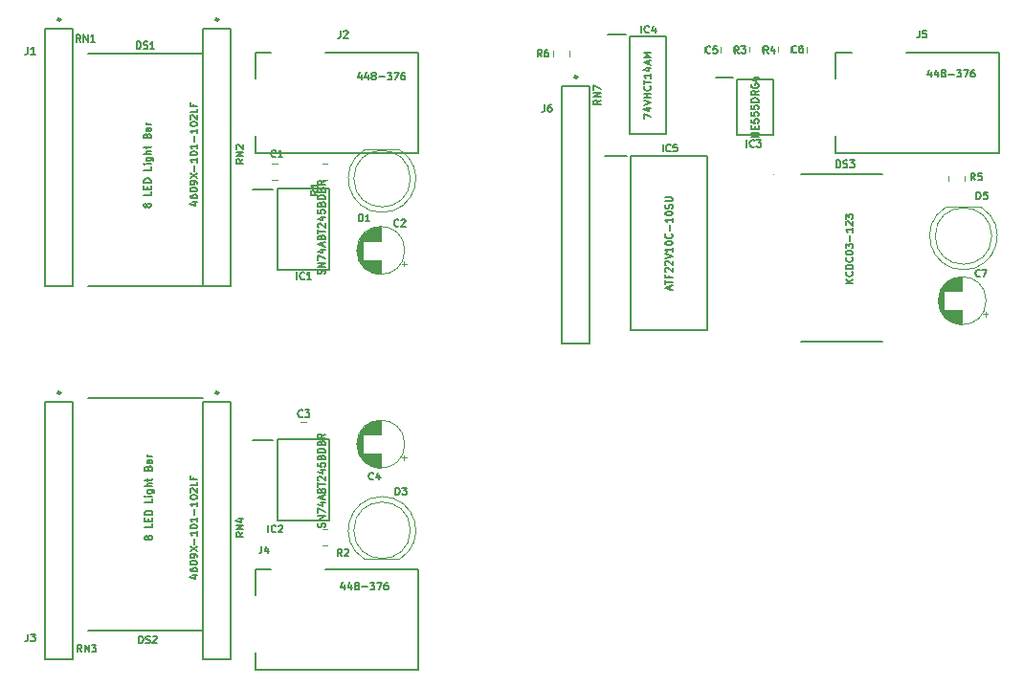
<source format=gbr>
%TF.GenerationSoftware,KiCad,Pcbnew,(6.0.5)*%
%TF.CreationDate,2022-07-10T19:31:20+02:00*%
%TF.ProjectId,Bus Tester,42757320-5465-4737-9465-722e6b696361,rev?*%
%TF.SameCoordinates,Original*%
%TF.FileFunction,Legend,Top*%
%TF.FilePolarity,Positive*%
%FSLAX46Y46*%
G04 Gerber Fmt 4.6, Leading zero omitted, Abs format (unit mm)*
G04 Created by KiCad (PCBNEW (6.0.5)) date 2022-07-10 19:31:20*
%MOMM*%
%LPD*%
G01*
G04 APERTURE LIST*
%ADD10C,0.150000*%
%ADD11C,0.200000*%
%ADD12C,0.254000*%
%ADD13C,0.120000*%
%ADD14C,0.100000*%
G04 APERTURE END LIST*
D10*
%TO.C,IC5*%
X76280119Y-29987261D02*
X76280119Y-29352261D01*
X76945357Y-29926785D02*
X76915119Y-29957023D01*
X76824404Y-29987261D01*
X76763928Y-29987261D01*
X76673214Y-29957023D01*
X76612738Y-29896547D01*
X76582500Y-29836071D01*
X76552261Y-29715119D01*
X76552261Y-29624404D01*
X76582500Y-29503452D01*
X76612738Y-29442976D01*
X76673214Y-29382500D01*
X76763928Y-29352261D01*
X76824404Y-29352261D01*
X76915119Y-29382500D01*
X76945357Y-29412738D01*
X77519880Y-29352261D02*
X77217500Y-29352261D01*
X77187261Y-29654642D01*
X77217500Y-29624404D01*
X77277976Y-29594166D01*
X77429166Y-29594166D01*
X77489642Y-29624404D01*
X77519880Y-29654642D01*
X77550119Y-29715119D01*
X77550119Y-29866309D01*
X77519880Y-29926785D01*
X77489642Y-29957023D01*
X77429166Y-29987261D01*
X77277976Y-29987261D01*
X77217500Y-29957023D01*
X77187261Y-29926785D01*
X76940833Y-42197261D02*
X76940833Y-41894880D01*
X77122261Y-42257738D02*
X76487261Y-42046071D01*
X77122261Y-41834404D01*
X76487261Y-41713452D02*
X76487261Y-41350595D01*
X77122261Y-41532023D02*
X76487261Y-41532023D01*
X76789642Y-40927261D02*
X76789642Y-41138928D01*
X77122261Y-41138928D02*
X76487261Y-41138928D01*
X76487261Y-40836547D01*
X76547738Y-40624880D02*
X76517500Y-40594642D01*
X76487261Y-40534166D01*
X76487261Y-40382976D01*
X76517500Y-40322500D01*
X76547738Y-40292261D01*
X76608214Y-40262023D01*
X76668690Y-40262023D01*
X76759404Y-40292261D01*
X77122261Y-40655119D01*
X77122261Y-40262023D01*
X76547738Y-40020119D02*
X76517500Y-39989880D01*
X76487261Y-39929404D01*
X76487261Y-39778214D01*
X76517500Y-39717738D01*
X76547738Y-39687500D01*
X76608214Y-39657261D01*
X76668690Y-39657261D01*
X76759404Y-39687500D01*
X77122261Y-40050357D01*
X77122261Y-39657261D01*
X76487261Y-39475833D02*
X77122261Y-39264166D01*
X76487261Y-39052500D01*
X77122261Y-38508214D02*
X77122261Y-38871071D01*
X77122261Y-38689642D02*
X76487261Y-38689642D01*
X76577976Y-38750119D01*
X76638452Y-38810595D01*
X76668690Y-38871071D01*
X76487261Y-38115119D02*
X76487261Y-38054642D01*
X76517500Y-37994166D01*
X76547738Y-37963928D01*
X76608214Y-37933690D01*
X76729166Y-37903452D01*
X76880357Y-37903452D01*
X77001309Y-37933690D01*
X77061785Y-37963928D01*
X77092023Y-37994166D01*
X77122261Y-38054642D01*
X77122261Y-38115119D01*
X77092023Y-38175595D01*
X77061785Y-38205833D01*
X77001309Y-38236071D01*
X76880357Y-38266309D01*
X76729166Y-38266309D01*
X76608214Y-38236071D01*
X76547738Y-38205833D01*
X76517500Y-38175595D01*
X76487261Y-38115119D01*
X77061785Y-37268452D02*
X77092023Y-37298690D01*
X77122261Y-37389404D01*
X77122261Y-37449880D01*
X77092023Y-37540595D01*
X77031547Y-37601071D01*
X76971071Y-37631309D01*
X76850119Y-37661547D01*
X76759404Y-37661547D01*
X76638452Y-37631309D01*
X76577976Y-37601071D01*
X76517500Y-37540595D01*
X76487261Y-37449880D01*
X76487261Y-37389404D01*
X76517500Y-37298690D01*
X76547738Y-37268452D01*
X76880357Y-36996309D02*
X76880357Y-36512500D01*
X77122261Y-35877500D02*
X77122261Y-36240357D01*
X77122261Y-36058928D02*
X76487261Y-36058928D01*
X76577976Y-36119404D01*
X76638452Y-36179880D01*
X76668690Y-36240357D01*
X76487261Y-35484404D02*
X76487261Y-35423928D01*
X76517500Y-35363452D01*
X76547738Y-35333214D01*
X76608214Y-35302976D01*
X76729166Y-35272738D01*
X76880357Y-35272738D01*
X77001309Y-35302976D01*
X77061785Y-35333214D01*
X77092023Y-35363452D01*
X77122261Y-35423928D01*
X77122261Y-35484404D01*
X77092023Y-35544880D01*
X77061785Y-35575119D01*
X77001309Y-35605357D01*
X76880357Y-35635595D01*
X76729166Y-35635595D01*
X76608214Y-35605357D01*
X76547738Y-35575119D01*
X76517500Y-35544880D01*
X76487261Y-35484404D01*
X77092023Y-35030833D02*
X77122261Y-34940119D01*
X77122261Y-34788928D01*
X77092023Y-34728452D01*
X77061785Y-34698214D01*
X77001309Y-34667976D01*
X76940833Y-34667976D01*
X76880357Y-34698214D01*
X76850119Y-34728452D01*
X76819880Y-34788928D01*
X76789642Y-34909880D01*
X76759404Y-34970357D01*
X76729166Y-35000595D01*
X76668690Y-35030833D01*
X76608214Y-35030833D01*
X76547738Y-35000595D01*
X76517500Y-34970357D01*
X76487261Y-34909880D01*
X76487261Y-34758690D01*
X76517500Y-34667976D01*
X76487261Y-34395833D02*
X77001309Y-34395833D01*
X77061785Y-34365595D01*
X77092023Y-34335357D01*
X77122261Y-34274880D01*
X77122261Y-34153928D01*
X77092023Y-34093452D01*
X77061785Y-34063214D01*
X77001309Y-34032976D01*
X76487261Y-34032976D01*
%TO.C,RN2*%
X39149261Y-30664452D02*
X38846880Y-30876119D01*
X39149261Y-31027309D02*
X38514261Y-31027309D01*
X38514261Y-30785404D01*
X38544500Y-30724928D01*
X38574738Y-30694690D01*
X38635214Y-30664452D01*
X38725928Y-30664452D01*
X38786404Y-30694690D01*
X38816642Y-30724928D01*
X38846880Y-30785404D01*
X38846880Y-31027309D01*
X39149261Y-30392309D02*
X38514261Y-30392309D01*
X39149261Y-30029452D01*
X38514261Y-30029452D01*
X38574738Y-29757309D02*
X38544500Y-29727071D01*
X38514261Y-29666595D01*
X38514261Y-29515404D01*
X38544500Y-29454928D01*
X38574738Y-29424690D01*
X38635214Y-29394452D01*
X38695690Y-29394452D01*
X38786404Y-29424690D01*
X39149261Y-29787547D01*
X39149261Y-29394452D01*
X34661928Y-34444214D02*
X35085261Y-34444214D01*
X34420023Y-34595404D02*
X34873595Y-34746595D01*
X34873595Y-34353500D01*
X34450261Y-33839452D02*
X34450261Y-33960404D01*
X34480500Y-34020880D01*
X34510738Y-34051119D01*
X34601452Y-34111595D01*
X34722404Y-34141833D01*
X34964309Y-34141833D01*
X35024785Y-34111595D01*
X35055023Y-34081357D01*
X35085261Y-34020880D01*
X35085261Y-33899928D01*
X35055023Y-33839452D01*
X35024785Y-33809214D01*
X34964309Y-33778976D01*
X34813119Y-33778976D01*
X34752642Y-33809214D01*
X34722404Y-33839452D01*
X34692166Y-33899928D01*
X34692166Y-34020880D01*
X34722404Y-34081357D01*
X34752642Y-34111595D01*
X34813119Y-34141833D01*
X34450261Y-33385880D02*
X34450261Y-33325404D01*
X34480500Y-33264928D01*
X34510738Y-33234690D01*
X34571214Y-33204452D01*
X34692166Y-33174214D01*
X34843357Y-33174214D01*
X34964309Y-33204452D01*
X35024785Y-33234690D01*
X35055023Y-33264928D01*
X35085261Y-33325404D01*
X35085261Y-33385880D01*
X35055023Y-33446357D01*
X35024785Y-33476595D01*
X34964309Y-33506833D01*
X34843357Y-33537071D01*
X34692166Y-33537071D01*
X34571214Y-33506833D01*
X34510738Y-33476595D01*
X34480500Y-33446357D01*
X34450261Y-33385880D01*
X35085261Y-32871833D02*
X35085261Y-32750880D01*
X35055023Y-32690404D01*
X35024785Y-32660166D01*
X34934071Y-32599690D01*
X34813119Y-32569452D01*
X34571214Y-32569452D01*
X34510738Y-32599690D01*
X34480500Y-32629928D01*
X34450261Y-32690404D01*
X34450261Y-32811357D01*
X34480500Y-32871833D01*
X34510738Y-32902071D01*
X34571214Y-32932309D01*
X34722404Y-32932309D01*
X34782880Y-32902071D01*
X34813119Y-32871833D01*
X34843357Y-32811357D01*
X34843357Y-32690404D01*
X34813119Y-32629928D01*
X34782880Y-32599690D01*
X34722404Y-32569452D01*
X34450261Y-32357785D02*
X35085261Y-31934452D01*
X34450261Y-31934452D02*
X35085261Y-32357785D01*
X34843357Y-31692547D02*
X34843357Y-31208738D01*
X35085261Y-30573738D02*
X35085261Y-30936595D01*
X35085261Y-30755166D02*
X34450261Y-30755166D01*
X34540976Y-30815642D01*
X34601452Y-30876119D01*
X34631690Y-30936595D01*
X34450261Y-30180642D02*
X34450261Y-30120166D01*
X34480500Y-30059690D01*
X34510738Y-30029452D01*
X34571214Y-29999214D01*
X34692166Y-29968976D01*
X34843357Y-29968976D01*
X34964309Y-29999214D01*
X35024785Y-30029452D01*
X35055023Y-30059690D01*
X35085261Y-30120166D01*
X35085261Y-30180642D01*
X35055023Y-30241119D01*
X35024785Y-30271357D01*
X34964309Y-30301595D01*
X34843357Y-30331833D01*
X34692166Y-30331833D01*
X34571214Y-30301595D01*
X34510738Y-30271357D01*
X34480500Y-30241119D01*
X34450261Y-30180642D01*
X35085261Y-29364214D02*
X35085261Y-29727071D01*
X35085261Y-29545642D02*
X34450261Y-29545642D01*
X34540976Y-29606119D01*
X34601452Y-29666595D01*
X34631690Y-29727071D01*
X34843357Y-29092071D02*
X34843357Y-28608261D01*
X35085261Y-27973261D02*
X35085261Y-28336119D01*
X35085261Y-28154690D02*
X34450261Y-28154690D01*
X34540976Y-28215166D01*
X34601452Y-28275642D01*
X34631690Y-28336119D01*
X34450261Y-27580166D02*
X34450261Y-27519690D01*
X34480500Y-27459214D01*
X34510738Y-27428976D01*
X34571214Y-27398738D01*
X34692166Y-27368500D01*
X34843357Y-27368500D01*
X34964309Y-27398738D01*
X35024785Y-27428976D01*
X35055023Y-27459214D01*
X35085261Y-27519690D01*
X35085261Y-27580166D01*
X35055023Y-27640642D01*
X35024785Y-27670880D01*
X34964309Y-27701119D01*
X34843357Y-27731357D01*
X34692166Y-27731357D01*
X34571214Y-27701119D01*
X34510738Y-27670880D01*
X34480500Y-27640642D01*
X34450261Y-27580166D01*
X34510738Y-27126595D02*
X34480500Y-27096357D01*
X34450261Y-27035880D01*
X34450261Y-26884690D01*
X34480500Y-26824214D01*
X34510738Y-26793976D01*
X34571214Y-26763738D01*
X34631690Y-26763738D01*
X34722404Y-26793976D01*
X35085261Y-27156833D01*
X35085261Y-26763738D01*
X35085261Y-26189214D02*
X35085261Y-26491595D01*
X34450261Y-26491595D01*
X34752642Y-25765880D02*
X34752642Y-25977547D01*
X35085261Y-25977547D02*
X34450261Y-25977547D01*
X34450261Y-25675166D01*
%TO.C,RN4*%
X39149261Y-63684452D02*
X38846880Y-63896119D01*
X39149261Y-64047309D02*
X38514261Y-64047309D01*
X38514261Y-63805404D01*
X38544500Y-63744928D01*
X38574738Y-63714690D01*
X38635214Y-63684452D01*
X38725928Y-63684452D01*
X38786404Y-63714690D01*
X38816642Y-63744928D01*
X38846880Y-63805404D01*
X38846880Y-64047309D01*
X39149261Y-63412309D02*
X38514261Y-63412309D01*
X39149261Y-63049452D01*
X38514261Y-63049452D01*
X38725928Y-62474928D02*
X39149261Y-62474928D01*
X38484023Y-62626119D02*
X38937595Y-62777309D01*
X38937595Y-62384214D01*
X34661928Y-67464214D02*
X35085261Y-67464214D01*
X34420023Y-67615404D02*
X34873595Y-67766595D01*
X34873595Y-67373500D01*
X34450261Y-66859452D02*
X34450261Y-66980404D01*
X34480500Y-67040880D01*
X34510738Y-67071119D01*
X34601452Y-67131595D01*
X34722404Y-67161833D01*
X34964309Y-67161833D01*
X35024785Y-67131595D01*
X35055023Y-67101357D01*
X35085261Y-67040880D01*
X35085261Y-66919928D01*
X35055023Y-66859452D01*
X35024785Y-66829214D01*
X34964309Y-66798976D01*
X34813119Y-66798976D01*
X34752642Y-66829214D01*
X34722404Y-66859452D01*
X34692166Y-66919928D01*
X34692166Y-67040880D01*
X34722404Y-67101357D01*
X34752642Y-67131595D01*
X34813119Y-67161833D01*
X34450261Y-66405880D02*
X34450261Y-66345404D01*
X34480500Y-66284928D01*
X34510738Y-66254690D01*
X34571214Y-66224452D01*
X34692166Y-66194214D01*
X34843357Y-66194214D01*
X34964309Y-66224452D01*
X35024785Y-66254690D01*
X35055023Y-66284928D01*
X35085261Y-66345404D01*
X35085261Y-66405880D01*
X35055023Y-66466357D01*
X35024785Y-66496595D01*
X34964309Y-66526833D01*
X34843357Y-66557071D01*
X34692166Y-66557071D01*
X34571214Y-66526833D01*
X34510738Y-66496595D01*
X34480500Y-66466357D01*
X34450261Y-66405880D01*
X35085261Y-65891833D02*
X35085261Y-65770880D01*
X35055023Y-65710404D01*
X35024785Y-65680166D01*
X34934071Y-65619690D01*
X34813119Y-65589452D01*
X34571214Y-65589452D01*
X34510738Y-65619690D01*
X34480500Y-65649928D01*
X34450261Y-65710404D01*
X34450261Y-65831357D01*
X34480500Y-65891833D01*
X34510738Y-65922071D01*
X34571214Y-65952309D01*
X34722404Y-65952309D01*
X34782880Y-65922071D01*
X34813119Y-65891833D01*
X34843357Y-65831357D01*
X34843357Y-65710404D01*
X34813119Y-65649928D01*
X34782880Y-65619690D01*
X34722404Y-65589452D01*
X34450261Y-65377785D02*
X35085261Y-64954452D01*
X34450261Y-64954452D02*
X35085261Y-65377785D01*
X34843357Y-64712547D02*
X34843357Y-64228738D01*
X35085261Y-63593738D02*
X35085261Y-63956595D01*
X35085261Y-63775166D02*
X34450261Y-63775166D01*
X34540976Y-63835642D01*
X34601452Y-63896119D01*
X34631690Y-63956595D01*
X34450261Y-63200642D02*
X34450261Y-63140166D01*
X34480500Y-63079690D01*
X34510738Y-63049452D01*
X34571214Y-63019214D01*
X34692166Y-62988976D01*
X34843357Y-62988976D01*
X34964309Y-63019214D01*
X35024785Y-63049452D01*
X35055023Y-63079690D01*
X35085261Y-63140166D01*
X35085261Y-63200642D01*
X35055023Y-63261119D01*
X35024785Y-63291357D01*
X34964309Y-63321595D01*
X34843357Y-63351833D01*
X34692166Y-63351833D01*
X34571214Y-63321595D01*
X34510738Y-63291357D01*
X34480500Y-63261119D01*
X34450261Y-63200642D01*
X35085261Y-62384214D02*
X35085261Y-62747071D01*
X35085261Y-62565642D02*
X34450261Y-62565642D01*
X34540976Y-62626119D01*
X34601452Y-62686595D01*
X34631690Y-62747071D01*
X34843357Y-62112071D02*
X34843357Y-61628261D01*
X35085261Y-60993261D02*
X35085261Y-61356119D01*
X35085261Y-61174690D02*
X34450261Y-61174690D01*
X34540976Y-61235166D01*
X34601452Y-61295642D01*
X34631690Y-61356119D01*
X34450261Y-60600166D02*
X34450261Y-60539690D01*
X34480500Y-60479214D01*
X34510738Y-60448976D01*
X34571214Y-60418738D01*
X34692166Y-60388500D01*
X34843357Y-60388500D01*
X34964309Y-60418738D01*
X35024785Y-60448976D01*
X35055023Y-60479214D01*
X35085261Y-60539690D01*
X35085261Y-60600166D01*
X35055023Y-60660642D01*
X35024785Y-60690880D01*
X34964309Y-60721119D01*
X34843357Y-60751357D01*
X34692166Y-60751357D01*
X34571214Y-60721119D01*
X34510738Y-60690880D01*
X34480500Y-60660642D01*
X34450261Y-60600166D01*
X34510738Y-60146595D02*
X34480500Y-60116357D01*
X34450261Y-60055880D01*
X34450261Y-59904690D01*
X34480500Y-59844214D01*
X34510738Y-59813976D01*
X34571214Y-59783738D01*
X34631690Y-59783738D01*
X34722404Y-59813976D01*
X35085261Y-60176833D01*
X35085261Y-59783738D01*
X35085261Y-59209214D02*
X35085261Y-59511595D01*
X34450261Y-59511595D01*
X34752642Y-58785880D02*
X34752642Y-58997547D01*
X35085261Y-58997547D02*
X34450261Y-58997547D01*
X34450261Y-58695166D01*
%TO.C,RN3*%
X24861547Y-74264761D02*
X24649880Y-73962380D01*
X24498690Y-74264761D02*
X24498690Y-73629761D01*
X24740595Y-73629761D01*
X24801071Y-73660000D01*
X24831309Y-73690238D01*
X24861547Y-73750714D01*
X24861547Y-73841428D01*
X24831309Y-73901904D01*
X24801071Y-73932142D01*
X24740595Y-73962380D01*
X24498690Y-73962380D01*
X25133690Y-74264761D02*
X25133690Y-73629761D01*
X25496547Y-74264761D01*
X25496547Y-73629761D01*
X25738452Y-73629761D02*
X26131547Y-73629761D01*
X25919880Y-73871666D01*
X26010595Y-73871666D01*
X26071071Y-73901904D01*
X26101309Y-73932142D01*
X26131547Y-73992619D01*
X26131547Y-74143809D01*
X26101309Y-74204285D01*
X26071071Y-74234523D01*
X26010595Y-74264761D01*
X25829166Y-74264761D01*
X25768690Y-74234523D01*
X25738452Y-74204285D01*
%TO.C,RN7*%
X70787261Y-25438452D02*
X70484880Y-25650119D01*
X70787261Y-25801309D02*
X70152261Y-25801309D01*
X70152261Y-25559404D01*
X70182500Y-25498928D01*
X70212738Y-25468690D01*
X70273214Y-25438452D01*
X70363928Y-25438452D01*
X70424404Y-25468690D01*
X70454642Y-25498928D01*
X70484880Y-25559404D01*
X70484880Y-25801309D01*
X70787261Y-25166309D02*
X70152261Y-25166309D01*
X70787261Y-24803452D01*
X70152261Y-24803452D01*
X70152261Y-24561547D02*
X70152261Y-24138214D01*
X70787261Y-24410357D01*
%TO.C,RN1*%
X24761547Y-20287261D02*
X24549880Y-19984880D01*
X24398690Y-20287261D02*
X24398690Y-19652261D01*
X24640595Y-19652261D01*
X24701071Y-19682500D01*
X24731309Y-19712738D01*
X24761547Y-19773214D01*
X24761547Y-19863928D01*
X24731309Y-19924404D01*
X24701071Y-19954642D01*
X24640595Y-19984880D01*
X24398690Y-19984880D01*
X25033690Y-20287261D02*
X25033690Y-19652261D01*
X25396547Y-20287261D01*
X25396547Y-19652261D01*
X26031547Y-20287261D02*
X25668690Y-20287261D01*
X25850119Y-20287261D02*
X25850119Y-19652261D01*
X25789642Y-19742976D01*
X25729166Y-19803452D01*
X25668690Y-19833690D01*
%TO.C,D5*%
X104031309Y-34187261D02*
X104031309Y-33552261D01*
X104182500Y-33552261D01*
X104273214Y-33582500D01*
X104333690Y-33642976D01*
X104363928Y-33703452D01*
X104394166Y-33824404D01*
X104394166Y-33915119D01*
X104363928Y-34036071D01*
X104333690Y-34096547D01*
X104273214Y-34157023D01*
X104182500Y-34187261D01*
X104031309Y-34187261D01*
X104968690Y-33552261D02*
X104666309Y-33552261D01*
X104636071Y-33854642D01*
X104666309Y-33824404D01*
X104726785Y-33794166D01*
X104877976Y-33794166D01*
X104938452Y-33824404D01*
X104968690Y-33854642D01*
X104998928Y-33915119D01*
X104998928Y-34066309D01*
X104968690Y-34126785D01*
X104938452Y-34157023D01*
X104877976Y-34187261D01*
X104726785Y-34187261D01*
X104666309Y-34157023D01*
X104636071Y-34126785D01*
%TO.C,R4*%
X85594166Y-21287261D02*
X85382500Y-20984880D01*
X85231309Y-21287261D02*
X85231309Y-20652261D01*
X85473214Y-20652261D01*
X85533690Y-20682500D01*
X85563928Y-20712738D01*
X85594166Y-20773214D01*
X85594166Y-20863928D01*
X85563928Y-20924404D01*
X85533690Y-20954642D01*
X85473214Y-20984880D01*
X85231309Y-20984880D01*
X86138452Y-20863928D02*
X86138452Y-21287261D01*
X85987261Y-20622023D02*
X85836071Y-21075595D01*
X86229166Y-21075595D01*
%TO.C,R3*%
X82994166Y-21287261D02*
X82782500Y-20984880D01*
X82631309Y-21287261D02*
X82631309Y-20652261D01*
X82873214Y-20652261D01*
X82933690Y-20682500D01*
X82963928Y-20712738D01*
X82994166Y-20773214D01*
X82994166Y-20863928D01*
X82963928Y-20924404D01*
X82933690Y-20954642D01*
X82873214Y-20984880D01*
X82631309Y-20984880D01*
X83205833Y-20652261D02*
X83598928Y-20652261D01*
X83387261Y-20894166D01*
X83477976Y-20894166D01*
X83538452Y-20924404D01*
X83568690Y-20954642D01*
X83598928Y-21015119D01*
X83598928Y-21166309D01*
X83568690Y-21226785D01*
X83538452Y-21257023D01*
X83477976Y-21287261D01*
X83296547Y-21287261D01*
X83236071Y-21257023D01*
X83205833Y-21226785D01*
%TO.C,D1*%
X49378809Y-36157261D02*
X49378809Y-35522261D01*
X49530000Y-35522261D01*
X49620714Y-35552500D01*
X49681190Y-35612976D01*
X49711428Y-35673452D01*
X49741666Y-35794404D01*
X49741666Y-35885119D01*
X49711428Y-36006071D01*
X49681190Y-36066547D01*
X49620714Y-36127023D01*
X49530000Y-36157261D01*
X49378809Y-36157261D01*
X50346428Y-36157261D02*
X49983571Y-36157261D01*
X50165000Y-36157261D02*
X50165000Y-35522261D01*
X50104523Y-35612976D01*
X50044047Y-35673452D01*
X49983571Y-35703690D01*
%TO.C,R2*%
X47864166Y-65787261D02*
X47652500Y-65484880D01*
X47501309Y-65787261D02*
X47501309Y-65152261D01*
X47743214Y-65152261D01*
X47803690Y-65182500D01*
X47833928Y-65212738D01*
X47864166Y-65273214D01*
X47864166Y-65363928D01*
X47833928Y-65424404D01*
X47803690Y-65454642D01*
X47743214Y-65484880D01*
X47501309Y-65484880D01*
X48106071Y-65212738D02*
X48136309Y-65182500D01*
X48196785Y-65152261D01*
X48347976Y-65152261D01*
X48408452Y-65182500D01*
X48438690Y-65212738D01*
X48468928Y-65273214D01*
X48468928Y-65333690D01*
X48438690Y-65424404D01*
X48075833Y-65787261D01*
X48468928Y-65787261D01*
%TO.C,J2*%
X47788333Y-19290761D02*
X47788333Y-19744333D01*
X47758095Y-19835047D01*
X47697619Y-19895523D01*
X47606904Y-19925761D01*
X47546428Y-19925761D01*
X48060476Y-19351238D02*
X48090714Y-19321000D01*
X48151190Y-19290761D01*
X48302380Y-19290761D01*
X48362857Y-19321000D01*
X48393095Y-19351238D01*
X48423333Y-19411714D01*
X48423333Y-19472190D01*
X48393095Y-19562904D01*
X48030238Y-19925761D01*
X48423333Y-19925761D01*
X49615952Y-23202428D02*
X49615952Y-23625761D01*
X49464761Y-22960523D02*
X49313571Y-23414095D01*
X49706666Y-23414095D01*
X50220714Y-23202428D02*
X50220714Y-23625761D01*
X50069523Y-22960523D02*
X49918333Y-23414095D01*
X50311428Y-23414095D01*
X50644047Y-23262904D02*
X50583571Y-23232666D01*
X50553333Y-23202428D01*
X50523095Y-23141952D01*
X50523095Y-23111714D01*
X50553333Y-23051238D01*
X50583571Y-23021000D01*
X50644047Y-22990761D01*
X50765000Y-22990761D01*
X50825476Y-23021000D01*
X50855714Y-23051238D01*
X50885952Y-23111714D01*
X50885952Y-23141952D01*
X50855714Y-23202428D01*
X50825476Y-23232666D01*
X50765000Y-23262904D01*
X50644047Y-23262904D01*
X50583571Y-23293142D01*
X50553333Y-23323380D01*
X50523095Y-23383857D01*
X50523095Y-23504809D01*
X50553333Y-23565285D01*
X50583571Y-23595523D01*
X50644047Y-23625761D01*
X50765000Y-23625761D01*
X50825476Y-23595523D01*
X50855714Y-23565285D01*
X50885952Y-23504809D01*
X50885952Y-23383857D01*
X50855714Y-23323380D01*
X50825476Y-23293142D01*
X50765000Y-23262904D01*
X51158095Y-23383857D02*
X51641904Y-23383857D01*
X51883809Y-22990761D02*
X52276904Y-22990761D01*
X52065238Y-23232666D01*
X52155952Y-23232666D01*
X52216428Y-23262904D01*
X52246666Y-23293142D01*
X52276904Y-23353619D01*
X52276904Y-23504809D01*
X52246666Y-23565285D01*
X52216428Y-23595523D01*
X52155952Y-23625761D01*
X51974523Y-23625761D01*
X51914047Y-23595523D01*
X51883809Y-23565285D01*
X52488571Y-22990761D02*
X52911904Y-22990761D01*
X52639761Y-23625761D01*
X53425952Y-22990761D02*
X53305000Y-22990761D01*
X53244523Y-23021000D01*
X53214285Y-23051238D01*
X53153809Y-23141952D01*
X53123571Y-23262904D01*
X53123571Y-23504809D01*
X53153809Y-23565285D01*
X53184047Y-23595523D01*
X53244523Y-23625761D01*
X53365476Y-23625761D01*
X53425952Y-23595523D01*
X53456190Y-23565285D01*
X53486428Y-23504809D01*
X53486428Y-23353619D01*
X53456190Y-23293142D01*
X53425952Y-23262904D01*
X53365476Y-23232666D01*
X53244523Y-23232666D01*
X53184047Y-23262904D01*
X53153809Y-23293142D01*
X53123571Y-23353619D01*
%TO.C,DS1*%
X29728928Y-20887261D02*
X29728928Y-20252261D01*
X29880119Y-20252261D01*
X29970833Y-20282500D01*
X30031309Y-20342976D01*
X30061547Y-20403452D01*
X30091785Y-20524404D01*
X30091785Y-20615119D01*
X30061547Y-20736071D01*
X30031309Y-20796547D01*
X29970833Y-20857023D01*
X29880119Y-20887261D01*
X29728928Y-20887261D01*
X30333690Y-20857023D02*
X30424404Y-20887261D01*
X30575595Y-20887261D01*
X30636071Y-20857023D01*
X30666309Y-20826785D01*
X30696547Y-20766309D01*
X30696547Y-20705833D01*
X30666309Y-20645357D01*
X30636071Y-20615119D01*
X30575595Y-20584880D01*
X30454642Y-20554642D01*
X30394166Y-20524404D01*
X30363928Y-20494166D01*
X30333690Y-20433690D01*
X30333690Y-20373214D01*
X30363928Y-20312738D01*
X30394166Y-20282500D01*
X30454642Y-20252261D01*
X30605833Y-20252261D01*
X30696547Y-20282500D01*
X31301309Y-20887261D02*
X30938452Y-20887261D01*
X31119880Y-20887261D02*
X31119880Y-20252261D01*
X31059404Y-20342976D01*
X30998928Y-20403452D01*
X30938452Y-20433690D01*
X30624404Y-34813452D02*
X30594166Y-34873928D01*
X30563928Y-34904166D01*
X30503452Y-34934404D01*
X30473214Y-34934404D01*
X30412738Y-34904166D01*
X30382500Y-34873928D01*
X30352261Y-34813452D01*
X30352261Y-34692500D01*
X30382500Y-34632023D01*
X30412738Y-34601785D01*
X30473214Y-34571547D01*
X30503452Y-34571547D01*
X30563928Y-34601785D01*
X30594166Y-34632023D01*
X30624404Y-34692500D01*
X30624404Y-34813452D01*
X30654642Y-34873928D01*
X30684880Y-34904166D01*
X30745357Y-34934404D01*
X30866309Y-34934404D01*
X30926785Y-34904166D01*
X30957023Y-34873928D01*
X30987261Y-34813452D01*
X30987261Y-34692500D01*
X30957023Y-34632023D01*
X30926785Y-34601785D01*
X30866309Y-34571547D01*
X30745357Y-34571547D01*
X30684880Y-34601785D01*
X30654642Y-34632023D01*
X30624404Y-34692500D01*
X30987261Y-33513214D02*
X30987261Y-33815595D01*
X30352261Y-33815595D01*
X30654642Y-33301547D02*
X30654642Y-33089880D01*
X30987261Y-32999166D02*
X30987261Y-33301547D01*
X30352261Y-33301547D01*
X30352261Y-32999166D01*
X30987261Y-32727023D02*
X30352261Y-32727023D01*
X30352261Y-32575833D01*
X30382500Y-32485119D01*
X30442976Y-32424642D01*
X30503452Y-32394404D01*
X30624404Y-32364166D01*
X30715119Y-32364166D01*
X30836071Y-32394404D01*
X30896547Y-32424642D01*
X30957023Y-32485119D01*
X30987261Y-32575833D01*
X30987261Y-32727023D01*
X30987261Y-31305833D02*
X30987261Y-31608214D01*
X30352261Y-31608214D01*
X30987261Y-31094166D02*
X30563928Y-31094166D01*
X30352261Y-31094166D02*
X30382500Y-31124404D01*
X30412738Y-31094166D01*
X30382500Y-31063928D01*
X30352261Y-31094166D01*
X30412738Y-31094166D01*
X30563928Y-30519642D02*
X31077976Y-30519642D01*
X31138452Y-30549880D01*
X31168690Y-30580119D01*
X31198928Y-30640595D01*
X31198928Y-30731309D01*
X31168690Y-30791785D01*
X30957023Y-30519642D02*
X30987261Y-30580119D01*
X30987261Y-30701071D01*
X30957023Y-30761547D01*
X30926785Y-30791785D01*
X30866309Y-30822023D01*
X30684880Y-30822023D01*
X30624404Y-30791785D01*
X30594166Y-30761547D01*
X30563928Y-30701071D01*
X30563928Y-30580119D01*
X30594166Y-30519642D01*
X30987261Y-30217261D02*
X30352261Y-30217261D01*
X30987261Y-29945119D02*
X30654642Y-29945119D01*
X30594166Y-29975357D01*
X30563928Y-30035833D01*
X30563928Y-30126547D01*
X30594166Y-30187023D01*
X30624404Y-30217261D01*
X30563928Y-29733452D02*
X30563928Y-29491547D01*
X30352261Y-29642738D02*
X30896547Y-29642738D01*
X30957023Y-29612500D01*
X30987261Y-29552023D01*
X30987261Y-29491547D01*
X30654642Y-28584404D02*
X30684880Y-28493690D01*
X30715119Y-28463452D01*
X30775595Y-28433214D01*
X30866309Y-28433214D01*
X30926785Y-28463452D01*
X30957023Y-28493690D01*
X30987261Y-28554166D01*
X30987261Y-28796071D01*
X30352261Y-28796071D01*
X30352261Y-28584404D01*
X30382500Y-28523928D01*
X30412738Y-28493690D01*
X30473214Y-28463452D01*
X30533690Y-28463452D01*
X30594166Y-28493690D01*
X30624404Y-28523928D01*
X30654642Y-28584404D01*
X30654642Y-28796071D01*
X30987261Y-27888928D02*
X30654642Y-27888928D01*
X30594166Y-27919166D01*
X30563928Y-27979642D01*
X30563928Y-28100595D01*
X30594166Y-28161071D01*
X30957023Y-27888928D02*
X30987261Y-27949404D01*
X30987261Y-28100595D01*
X30957023Y-28161071D01*
X30896547Y-28191309D01*
X30836071Y-28191309D01*
X30775595Y-28161071D01*
X30745357Y-28100595D01*
X30745357Y-27949404D01*
X30715119Y-27888928D01*
X30987261Y-27586547D02*
X30563928Y-27586547D01*
X30684880Y-27586547D02*
X30624404Y-27556309D01*
X30594166Y-27526071D01*
X30563928Y-27465595D01*
X30563928Y-27405119D01*
%TO.C,C1*%
X42024166Y-30426785D02*
X41993928Y-30457023D01*
X41903214Y-30487261D01*
X41842738Y-30487261D01*
X41752023Y-30457023D01*
X41691547Y-30396547D01*
X41661309Y-30336071D01*
X41631071Y-30215119D01*
X41631071Y-30124404D01*
X41661309Y-30003452D01*
X41691547Y-29942976D01*
X41752023Y-29882500D01*
X41842738Y-29852261D01*
X41903214Y-29852261D01*
X41993928Y-29882500D01*
X42024166Y-29912738D01*
X42628928Y-30487261D02*
X42266071Y-30487261D01*
X42447500Y-30487261D02*
X42447500Y-29852261D01*
X42387023Y-29942976D01*
X42326547Y-30003452D01*
X42266071Y-30033690D01*
%TO.C,D3*%
X52631309Y-60352261D02*
X52631309Y-59717261D01*
X52782500Y-59717261D01*
X52873214Y-59747500D01*
X52933690Y-59807976D01*
X52963928Y-59868452D01*
X52994166Y-59989404D01*
X52994166Y-60080119D01*
X52963928Y-60201071D01*
X52933690Y-60261547D01*
X52873214Y-60322023D01*
X52782500Y-60352261D01*
X52631309Y-60352261D01*
X53205833Y-59717261D02*
X53598928Y-59717261D01*
X53387261Y-59959166D01*
X53477976Y-59959166D01*
X53538452Y-59989404D01*
X53568690Y-60019642D01*
X53598928Y-60080119D01*
X53598928Y-60231309D01*
X53568690Y-60291785D01*
X53538452Y-60322023D01*
X53477976Y-60352261D01*
X53296547Y-60352261D01*
X53236071Y-60322023D01*
X53205833Y-60291785D01*
%TO.C,IC1*%
X43880119Y-41287261D02*
X43880119Y-40652261D01*
X44545357Y-41226785D02*
X44515119Y-41257023D01*
X44424404Y-41287261D01*
X44363928Y-41287261D01*
X44273214Y-41257023D01*
X44212738Y-41196547D01*
X44182500Y-41136071D01*
X44152261Y-41015119D01*
X44152261Y-40924404D01*
X44182500Y-40803452D01*
X44212738Y-40742976D01*
X44273214Y-40682500D01*
X44363928Y-40652261D01*
X44424404Y-40652261D01*
X44515119Y-40682500D01*
X44545357Y-40712738D01*
X45150119Y-41287261D02*
X44787261Y-41287261D01*
X44968690Y-41287261D02*
X44968690Y-40652261D01*
X44908214Y-40742976D01*
X44847738Y-40803452D01*
X44787261Y-40833690D01*
X46357023Y-40827500D02*
X46387261Y-40736785D01*
X46387261Y-40585595D01*
X46357023Y-40525119D01*
X46326785Y-40494880D01*
X46266309Y-40464642D01*
X46205833Y-40464642D01*
X46145357Y-40494880D01*
X46115119Y-40525119D01*
X46084880Y-40585595D01*
X46054642Y-40706547D01*
X46024404Y-40767023D01*
X45994166Y-40797261D01*
X45933690Y-40827500D01*
X45873214Y-40827500D01*
X45812738Y-40797261D01*
X45782500Y-40767023D01*
X45752261Y-40706547D01*
X45752261Y-40555357D01*
X45782500Y-40464642D01*
X46387261Y-40192500D02*
X45752261Y-40192500D01*
X46387261Y-39829642D01*
X45752261Y-39829642D01*
X45752261Y-39587738D02*
X45752261Y-39164404D01*
X46387261Y-39436547D01*
X45963928Y-38650357D02*
X46387261Y-38650357D01*
X45722023Y-38801547D02*
X46175595Y-38952738D01*
X46175595Y-38559642D01*
X46205833Y-38347976D02*
X46205833Y-38045595D01*
X46387261Y-38408452D02*
X45752261Y-38196785D01*
X46387261Y-37985119D01*
X46054642Y-37561785D02*
X46084880Y-37471071D01*
X46115119Y-37440833D01*
X46175595Y-37410595D01*
X46266309Y-37410595D01*
X46326785Y-37440833D01*
X46357023Y-37471071D01*
X46387261Y-37531547D01*
X46387261Y-37773452D01*
X45752261Y-37773452D01*
X45752261Y-37561785D01*
X45782500Y-37501309D01*
X45812738Y-37471071D01*
X45873214Y-37440833D01*
X45933690Y-37440833D01*
X45994166Y-37471071D01*
X46024404Y-37501309D01*
X46054642Y-37561785D01*
X46054642Y-37773452D01*
X45752261Y-37229166D02*
X45752261Y-36866309D01*
X46387261Y-37047738D02*
X45752261Y-37047738D01*
X45812738Y-36684880D02*
X45782500Y-36654642D01*
X45752261Y-36594166D01*
X45752261Y-36442976D01*
X45782500Y-36382500D01*
X45812738Y-36352261D01*
X45873214Y-36322023D01*
X45933690Y-36322023D01*
X46024404Y-36352261D01*
X46387261Y-36715119D01*
X46387261Y-36322023D01*
X45963928Y-35777738D02*
X46387261Y-35777738D01*
X45722023Y-35928928D02*
X46175595Y-36080119D01*
X46175595Y-35687023D01*
X45752261Y-35142738D02*
X45752261Y-35445119D01*
X46054642Y-35475357D01*
X46024404Y-35445119D01*
X45994166Y-35384642D01*
X45994166Y-35233452D01*
X46024404Y-35172976D01*
X46054642Y-35142738D01*
X46115119Y-35112500D01*
X46266309Y-35112500D01*
X46326785Y-35142738D01*
X46357023Y-35172976D01*
X46387261Y-35233452D01*
X46387261Y-35384642D01*
X46357023Y-35445119D01*
X46326785Y-35475357D01*
X46054642Y-34628690D02*
X46084880Y-34537976D01*
X46115119Y-34507738D01*
X46175595Y-34477500D01*
X46266309Y-34477500D01*
X46326785Y-34507738D01*
X46357023Y-34537976D01*
X46387261Y-34598452D01*
X46387261Y-34840357D01*
X45752261Y-34840357D01*
X45752261Y-34628690D01*
X45782500Y-34568214D01*
X45812738Y-34537976D01*
X45873214Y-34507738D01*
X45933690Y-34507738D01*
X45994166Y-34537976D01*
X46024404Y-34568214D01*
X46054642Y-34628690D01*
X46054642Y-34840357D01*
X46387261Y-34205357D02*
X45752261Y-34205357D01*
X45752261Y-34054166D01*
X45782500Y-33963452D01*
X45842976Y-33902976D01*
X45903452Y-33872738D01*
X46024404Y-33842500D01*
X46115119Y-33842500D01*
X46236071Y-33872738D01*
X46296547Y-33902976D01*
X46357023Y-33963452D01*
X46387261Y-34054166D01*
X46387261Y-34205357D01*
X46054642Y-33358690D02*
X46084880Y-33267976D01*
X46115119Y-33237738D01*
X46175595Y-33207500D01*
X46266309Y-33207500D01*
X46326785Y-33237738D01*
X46357023Y-33267976D01*
X46387261Y-33328452D01*
X46387261Y-33570357D01*
X45752261Y-33570357D01*
X45752261Y-33358690D01*
X45782500Y-33298214D01*
X45812738Y-33267976D01*
X45873214Y-33237738D01*
X45933690Y-33237738D01*
X45994166Y-33267976D01*
X46024404Y-33298214D01*
X46054642Y-33358690D01*
X46054642Y-33570357D01*
X46387261Y-32572500D02*
X46084880Y-32784166D01*
X46387261Y-32935357D02*
X45752261Y-32935357D01*
X45752261Y-32693452D01*
X45782500Y-32632976D01*
X45812738Y-32602738D01*
X45873214Y-32572500D01*
X45963928Y-32572500D01*
X46024404Y-32602738D01*
X46054642Y-32632976D01*
X46084880Y-32693452D01*
X46084880Y-32935357D01*
%TO.C,J5*%
X98988333Y-19255761D02*
X98988333Y-19709333D01*
X98958095Y-19800047D01*
X98897619Y-19860523D01*
X98806904Y-19890761D01*
X98746428Y-19890761D01*
X99593095Y-19255761D02*
X99290714Y-19255761D01*
X99260476Y-19558142D01*
X99290714Y-19527904D01*
X99351190Y-19497666D01*
X99502380Y-19497666D01*
X99562857Y-19527904D01*
X99593095Y-19558142D01*
X99623333Y-19618619D01*
X99623333Y-19769809D01*
X99593095Y-19830285D01*
X99562857Y-19860523D01*
X99502380Y-19890761D01*
X99351190Y-19890761D01*
X99290714Y-19860523D01*
X99260476Y-19830285D01*
X100015952Y-22967428D02*
X100015952Y-23390761D01*
X99864761Y-22725523D02*
X99713571Y-23179095D01*
X100106666Y-23179095D01*
X100620714Y-22967428D02*
X100620714Y-23390761D01*
X100469523Y-22725523D02*
X100318333Y-23179095D01*
X100711428Y-23179095D01*
X101044047Y-23027904D02*
X100983571Y-22997666D01*
X100953333Y-22967428D01*
X100923095Y-22906952D01*
X100923095Y-22876714D01*
X100953333Y-22816238D01*
X100983571Y-22786000D01*
X101044047Y-22755761D01*
X101165000Y-22755761D01*
X101225476Y-22786000D01*
X101255714Y-22816238D01*
X101285952Y-22876714D01*
X101285952Y-22906952D01*
X101255714Y-22967428D01*
X101225476Y-22997666D01*
X101165000Y-23027904D01*
X101044047Y-23027904D01*
X100983571Y-23058142D01*
X100953333Y-23088380D01*
X100923095Y-23148857D01*
X100923095Y-23269809D01*
X100953333Y-23330285D01*
X100983571Y-23360523D01*
X101044047Y-23390761D01*
X101165000Y-23390761D01*
X101225476Y-23360523D01*
X101255714Y-23330285D01*
X101285952Y-23269809D01*
X101285952Y-23148857D01*
X101255714Y-23088380D01*
X101225476Y-23058142D01*
X101165000Y-23027904D01*
X101558095Y-23148857D02*
X102041904Y-23148857D01*
X102283809Y-22755761D02*
X102676904Y-22755761D01*
X102465238Y-22997666D01*
X102555952Y-22997666D01*
X102616428Y-23027904D01*
X102646666Y-23058142D01*
X102676904Y-23118619D01*
X102676904Y-23269809D01*
X102646666Y-23330285D01*
X102616428Y-23360523D01*
X102555952Y-23390761D01*
X102374523Y-23390761D01*
X102314047Y-23360523D01*
X102283809Y-23330285D01*
X102888571Y-22755761D02*
X103311904Y-22755761D01*
X103039761Y-23390761D01*
X103825952Y-22755761D02*
X103705000Y-22755761D01*
X103644523Y-22786000D01*
X103614285Y-22816238D01*
X103553809Y-22906952D01*
X103523571Y-23027904D01*
X103523571Y-23269809D01*
X103553809Y-23330285D01*
X103584047Y-23360523D01*
X103644523Y-23390761D01*
X103765476Y-23390761D01*
X103825952Y-23360523D01*
X103856190Y-23330285D01*
X103886428Y-23269809D01*
X103886428Y-23118619D01*
X103856190Y-23058142D01*
X103825952Y-23027904D01*
X103765476Y-22997666D01*
X103644523Y-22997666D01*
X103584047Y-23027904D01*
X103553809Y-23058142D01*
X103523571Y-23118619D01*
%TO.C,DS2*%
X29928928Y-73487261D02*
X29928928Y-72852261D01*
X30080119Y-72852261D01*
X30170833Y-72882500D01*
X30231309Y-72942976D01*
X30261547Y-73003452D01*
X30291785Y-73124404D01*
X30291785Y-73215119D01*
X30261547Y-73336071D01*
X30231309Y-73396547D01*
X30170833Y-73457023D01*
X30080119Y-73487261D01*
X29928928Y-73487261D01*
X30533690Y-73457023D02*
X30624404Y-73487261D01*
X30775595Y-73487261D01*
X30836071Y-73457023D01*
X30866309Y-73426785D01*
X30896547Y-73366309D01*
X30896547Y-73305833D01*
X30866309Y-73245357D01*
X30836071Y-73215119D01*
X30775595Y-73184880D01*
X30654642Y-73154642D01*
X30594166Y-73124404D01*
X30563928Y-73094166D01*
X30533690Y-73033690D01*
X30533690Y-72973214D01*
X30563928Y-72912738D01*
X30594166Y-72882500D01*
X30654642Y-72852261D01*
X30805833Y-72852261D01*
X30896547Y-72882500D01*
X31138452Y-72912738D02*
X31168690Y-72882500D01*
X31229166Y-72852261D01*
X31380357Y-72852261D01*
X31440833Y-72882500D01*
X31471071Y-72912738D01*
X31501309Y-72973214D01*
X31501309Y-73033690D01*
X31471071Y-73124404D01*
X31108214Y-73487261D01*
X31501309Y-73487261D01*
X30724404Y-64213452D02*
X30694166Y-64273928D01*
X30663928Y-64304166D01*
X30603452Y-64334404D01*
X30573214Y-64334404D01*
X30512738Y-64304166D01*
X30482500Y-64273928D01*
X30452261Y-64213452D01*
X30452261Y-64092500D01*
X30482500Y-64032023D01*
X30512738Y-64001785D01*
X30573214Y-63971547D01*
X30603452Y-63971547D01*
X30663928Y-64001785D01*
X30694166Y-64032023D01*
X30724404Y-64092500D01*
X30724404Y-64213452D01*
X30754642Y-64273928D01*
X30784880Y-64304166D01*
X30845357Y-64334404D01*
X30966309Y-64334404D01*
X31026785Y-64304166D01*
X31057023Y-64273928D01*
X31087261Y-64213452D01*
X31087261Y-64092500D01*
X31057023Y-64032023D01*
X31026785Y-64001785D01*
X30966309Y-63971547D01*
X30845357Y-63971547D01*
X30784880Y-64001785D01*
X30754642Y-64032023D01*
X30724404Y-64092500D01*
X31087261Y-62913214D02*
X31087261Y-63215595D01*
X30452261Y-63215595D01*
X30754642Y-62701547D02*
X30754642Y-62489880D01*
X31087261Y-62399166D02*
X31087261Y-62701547D01*
X30452261Y-62701547D01*
X30452261Y-62399166D01*
X31087261Y-62127023D02*
X30452261Y-62127023D01*
X30452261Y-61975833D01*
X30482500Y-61885119D01*
X30542976Y-61824642D01*
X30603452Y-61794404D01*
X30724404Y-61764166D01*
X30815119Y-61764166D01*
X30936071Y-61794404D01*
X30996547Y-61824642D01*
X31057023Y-61885119D01*
X31087261Y-61975833D01*
X31087261Y-62127023D01*
X31087261Y-60705833D02*
X31087261Y-61008214D01*
X30452261Y-61008214D01*
X31087261Y-60494166D02*
X30663928Y-60494166D01*
X30452261Y-60494166D02*
X30482500Y-60524404D01*
X30512738Y-60494166D01*
X30482500Y-60463928D01*
X30452261Y-60494166D01*
X30512738Y-60494166D01*
X30663928Y-59919642D02*
X31177976Y-59919642D01*
X31238452Y-59949880D01*
X31268690Y-59980119D01*
X31298928Y-60040595D01*
X31298928Y-60131309D01*
X31268690Y-60191785D01*
X31057023Y-59919642D02*
X31087261Y-59980119D01*
X31087261Y-60101071D01*
X31057023Y-60161547D01*
X31026785Y-60191785D01*
X30966309Y-60222023D01*
X30784880Y-60222023D01*
X30724404Y-60191785D01*
X30694166Y-60161547D01*
X30663928Y-60101071D01*
X30663928Y-59980119D01*
X30694166Y-59919642D01*
X31087261Y-59617261D02*
X30452261Y-59617261D01*
X31087261Y-59345119D02*
X30754642Y-59345119D01*
X30694166Y-59375357D01*
X30663928Y-59435833D01*
X30663928Y-59526547D01*
X30694166Y-59587023D01*
X30724404Y-59617261D01*
X30663928Y-59133452D02*
X30663928Y-58891547D01*
X30452261Y-59042738D02*
X30996547Y-59042738D01*
X31057023Y-59012500D01*
X31087261Y-58952023D01*
X31087261Y-58891547D01*
X30754642Y-57984404D02*
X30784880Y-57893690D01*
X30815119Y-57863452D01*
X30875595Y-57833214D01*
X30966309Y-57833214D01*
X31026785Y-57863452D01*
X31057023Y-57893690D01*
X31087261Y-57954166D01*
X31087261Y-58196071D01*
X30452261Y-58196071D01*
X30452261Y-57984404D01*
X30482500Y-57923928D01*
X30512738Y-57893690D01*
X30573214Y-57863452D01*
X30633690Y-57863452D01*
X30694166Y-57893690D01*
X30724404Y-57923928D01*
X30754642Y-57984404D01*
X30754642Y-58196071D01*
X31087261Y-57288928D02*
X30754642Y-57288928D01*
X30694166Y-57319166D01*
X30663928Y-57379642D01*
X30663928Y-57500595D01*
X30694166Y-57561071D01*
X31057023Y-57288928D02*
X31087261Y-57349404D01*
X31087261Y-57500595D01*
X31057023Y-57561071D01*
X30996547Y-57591309D01*
X30936071Y-57591309D01*
X30875595Y-57561071D01*
X30845357Y-57500595D01*
X30845357Y-57349404D01*
X30815119Y-57288928D01*
X31087261Y-56986547D02*
X30663928Y-56986547D01*
X30784880Y-56986547D02*
X30724404Y-56956309D01*
X30694166Y-56926071D01*
X30663928Y-56865595D01*
X30663928Y-56805119D01*
%TO.C,C6*%
X88094166Y-21181785D02*
X88063928Y-21212023D01*
X87973214Y-21242261D01*
X87912738Y-21242261D01*
X87822023Y-21212023D01*
X87761547Y-21151547D01*
X87731309Y-21091071D01*
X87701071Y-20970119D01*
X87701071Y-20879404D01*
X87731309Y-20758452D01*
X87761547Y-20697976D01*
X87822023Y-20637500D01*
X87912738Y-20607261D01*
X87973214Y-20607261D01*
X88063928Y-20637500D01*
X88094166Y-20667738D01*
X88638452Y-20607261D02*
X88517500Y-20607261D01*
X88457023Y-20637500D01*
X88426785Y-20667738D01*
X88366309Y-20758452D01*
X88336071Y-20879404D01*
X88336071Y-21121309D01*
X88366309Y-21181785D01*
X88396547Y-21212023D01*
X88457023Y-21242261D01*
X88577976Y-21242261D01*
X88638452Y-21212023D01*
X88668690Y-21181785D01*
X88698928Y-21121309D01*
X88698928Y-20970119D01*
X88668690Y-20909642D01*
X88638452Y-20879404D01*
X88577976Y-20849166D01*
X88457023Y-20849166D01*
X88396547Y-20879404D01*
X88366309Y-20909642D01*
X88336071Y-20970119D01*
%TO.C,IC4*%
X74380119Y-19487261D02*
X74380119Y-18852261D01*
X75045357Y-19426785D02*
X75015119Y-19457023D01*
X74924404Y-19487261D01*
X74863928Y-19487261D01*
X74773214Y-19457023D01*
X74712738Y-19396547D01*
X74682500Y-19336071D01*
X74652261Y-19215119D01*
X74652261Y-19124404D01*
X74682500Y-19003452D01*
X74712738Y-18942976D01*
X74773214Y-18882500D01*
X74863928Y-18852261D01*
X74924404Y-18852261D01*
X75015119Y-18882500D01*
X75045357Y-18912738D01*
X75589642Y-19063928D02*
X75589642Y-19487261D01*
X75438452Y-18822023D02*
X75287261Y-19275595D01*
X75680357Y-19275595D01*
X74582261Y-27047976D02*
X74582261Y-26624642D01*
X75217261Y-26896785D01*
X74793928Y-26110595D02*
X75217261Y-26110595D01*
X74552023Y-26261785D02*
X75005595Y-26412976D01*
X75005595Y-26019880D01*
X74582261Y-25868690D02*
X75217261Y-25657023D01*
X74582261Y-25445357D01*
X75217261Y-25233690D02*
X74582261Y-25233690D01*
X74884642Y-25233690D02*
X74884642Y-24870833D01*
X75217261Y-24870833D02*
X74582261Y-24870833D01*
X75156785Y-24205595D02*
X75187023Y-24235833D01*
X75217261Y-24326547D01*
X75217261Y-24387023D01*
X75187023Y-24477738D01*
X75126547Y-24538214D01*
X75066071Y-24568452D01*
X74945119Y-24598690D01*
X74854404Y-24598690D01*
X74733452Y-24568452D01*
X74672976Y-24538214D01*
X74612500Y-24477738D01*
X74582261Y-24387023D01*
X74582261Y-24326547D01*
X74612500Y-24235833D01*
X74642738Y-24205595D01*
X74582261Y-24024166D02*
X74582261Y-23661309D01*
X75217261Y-23842738D02*
X74582261Y-23842738D01*
X75217261Y-23117023D02*
X75217261Y-23479880D01*
X75217261Y-23298452D02*
X74582261Y-23298452D01*
X74672976Y-23358928D01*
X74733452Y-23419404D01*
X74763690Y-23479880D01*
X74793928Y-22572738D02*
X75217261Y-22572738D01*
X74552023Y-22723928D02*
X75005595Y-22875119D01*
X75005595Y-22482023D01*
X75035833Y-22270357D02*
X75035833Y-21967976D01*
X75217261Y-22330833D02*
X74582261Y-22119166D01*
X75217261Y-21907500D01*
X75217261Y-21695833D02*
X74582261Y-21695833D01*
X75035833Y-21484166D01*
X74582261Y-21272500D01*
X75217261Y-21272500D01*
%TO.C,DS3*%
X91628928Y-31387261D02*
X91628928Y-30752261D01*
X91780119Y-30752261D01*
X91870833Y-30782500D01*
X91931309Y-30842976D01*
X91961547Y-30903452D01*
X91991785Y-31024404D01*
X91991785Y-31115119D01*
X91961547Y-31236071D01*
X91931309Y-31296547D01*
X91870833Y-31357023D01*
X91780119Y-31387261D01*
X91628928Y-31387261D01*
X92233690Y-31357023D02*
X92324404Y-31387261D01*
X92475595Y-31387261D01*
X92536071Y-31357023D01*
X92566309Y-31326785D01*
X92596547Y-31266309D01*
X92596547Y-31205833D01*
X92566309Y-31145357D01*
X92536071Y-31115119D01*
X92475595Y-31084880D01*
X92354642Y-31054642D01*
X92294166Y-31024404D01*
X92263928Y-30994166D01*
X92233690Y-30933690D01*
X92233690Y-30873214D01*
X92263928Y-30812738D01*
X92294166Y-30782500D01*
X92354642Y-30752261D01*
X92505833Y-30752261D01*
X92596547Y-30782500D01*
X92808214Y-30752261D02*
X93201309Y-30752261D01*
X92989642Y-30994166D01*
X93080357Y-30994166D01*
X93140833Y-31024404D01*
X93171071Y-31054642D01*
X93201309Y-31115119D01*
X93201309Y-31266309D01*
X93171071Y-31326785D01*
X93140833Y-31357023D01*
X93080357Y-31387261D01*
X92898928Y-31387261D01*
X92838452Y-31357023D01*
X92808214Y-31326785D01*
X93087261Y-41623809D02*
X92452261Y-41623809D01*
X93087261Y-41260952D02*
X92724404Y-41533095D01*
X92452261Y-41260952D02*
X92815119Y-41623809D01*
X93026785Y-40625952D02*
X93057023Y-40656190D01*
X93087261Y-40746904D01*
X93087261Y-40807380D01*
X93057023Y-40898095D01*
X92996547Y-40958571D01*
X92936071Y-40988809D01*
X92815119Y-41019047D01*
X92724404Y-41019047D01*
X92603452Y-40988809D01*
X92542976Y-40958571D01*
X92482500Y-40898095D01*
X92452261Y-40807380D01*
X92452261Y-40746904D01*
X92482500Y-40656190D01*
X92512738Y-40625952D01*
X93087261Y-40353809D02*
X92452261Y-40353809D01*
X92452261Y-40202619D01*
X92482500Y-40111904D01*
X92542976Y-40051428D01*
X92603452Y-40021190D01*
X92724404Y-39990952D01*
X92815119Y-39990952D01*
X92936071Y-40021190D01*
X92996547Y-40051428D01*
X93057023Y-40111904D01*
X93087261Y-40202619D01*
X93087261Y-40353809D01*
X93026785Y-39355952D02*
X93057023Y-39386190D01*
X93087261Y-39476904D01*
X93087261Y-39537380D01*
X93057023Y-39628095D01*
X92996547Y-39688571D01*
X92936071Y-39718809D01*
X92815119Y-39749047D01*
X92724404Y-39749047D01*
X92603452Y-39718809D01*
X92542976Y-39688571D01*
X92482500Y-39628095D01*
X92452261Y-39537380D01*
X92452261Y-39476904D01*
X92482500Y-39386190D01*
X92512738Y-39355952D01*
X92452261Y-38962857D02*
X92452261Y-38902380D01*
X92482500Y-38841904D01*
X92512738Y-38811666D01*
X92573214Y-38781428D01*
X92694166Y-38751190D01*
X92845357Y-38751190D01*
X92966309Y-38781428D01*
X93026785Y-38811666D01*
X93057023Y-38841904D01*
X93087261Y-38902380D01*
X93087261Y-38962857D01*
X93057023Y-39023333D01*
X93026785Y-39053571D01*
X92966309Y-39083809D01*
X92845357Y-39114047D01*
X92694166Y-39114047D01*
X92573214Y-39083809D01*
X92512738Y-39053571D01*
X92482500Y-39023333D01*
X92452261Y-38962857D01*
X92452261Y-38539523D02*
X92452261Y-38146428D01*
X92694166Y-38358095D01*
X92694166Y-38267380D01*
X92724404Y-38206904D01*
X92754642Y-38176666D01*
X92815119Y-38146428D01*
X92966309Y-38146428D01*
X93026785Y-38176666D01*
X93057023Y-38206904D01*
X93087261Y-38267380D01*
X93087261Y-38448809D01*
X93057023Y-38509285D01*
X93026785Y-38539523D01*
X92845357Y-37874285D02*
X92845357Y-37390476D01*
X93087261Y-36755476D02*
X93087261Y-37118333D01*
X93087261Y-36936904D02*
X92452261Y-36936904D01*
X92542976Y-36997380D01*
X92603452Y-37057857D01*
X92633690Y-37118333D01*
X92512738Y-36513571D02*
X92482500Y-36483333D01*
X92452261Y-36422857D01*
X92452261Y-36271666D01*
X92482500Y-36211190D01*
X92512738Y-36180952D01*
X92573214Y-36150714D01*
X92633690Y-36150714D01*
X92724404Y-36180952D01*
X93087261Y-36543809D01*
X93087261Y-36150714D01*
X92452261Y-35939047D02*
X92452261Y-35545952D01*
X92694166Y-35757619D01*
X92694166Y-35666904D01*
X92724404Y-35606428D01*
X92754642Y-35576190D01*
X92815119Y-35545952D01*
X92966309Y-35545952D01*
X93026785Y-35576190D01*
X93057023Y-35606428D01*
X93087261Y-35666904D01*
X93087261Y-35848333D01*
X93057023Y-35908809D01*
X93026785Y-35939047D01*
%TO.C,C5*%
X80494166Y-21226785D02*
X80463928Y-21257023D01*
X80373214Y-21287261D01*
X80312738Y-21287261D01*
X80222023Y-21257023D01*
X80161547Y-21196547D01*
X80131309Y-21136071D01*
X80101071Y-21015119D01*
X80101071Y-20924404D01*
X80131309Y-20803452D01*
X80161547Y-20742976D01*
X80222023Y-20682500D01*
X80312738Y-20652261D01*
X80373214Y-20652261D01*
X80463928Y-20682500D01*
X80494166Y-20712738D01*
X81068690Y-20652261D02*
X80766309Y-20652261D01*
X80736071Y-20954642D01*
X80766309Y-20924404D01*
X80826785Y-20894166D01*
X80977976Y-20894166D01*
X81038452Y-20924404D01*
X81068690Y-20954642D01*
X81098928Y-21015119D01*
X81098928Y-21166309D01*
X81068690Y-21226785D01*
X81038452Y-21257023D01*
X80977976Y-21287261D01*
X80826785Y-21287261D01*
X80766309Y-21257023D01*
X80736071Y-21226785D01*
%TO.C,J4*%
X40788333Y-64917261D02*
X40788333Y-65370833D01*
X40758095Y-65461547D01*
X40697619Y-65522023D01*
X40606904Y-65552261D01*
X40546428Y-65552261D01*
X41362857Y-65128928D02*
X41362857Y-65552261D01*
X41211666Y-64887023D02*
X41060476Y-65340595D01*
X41453571Y-65340595D01*
X48115952Y-68328928D02*
X48115952Y-68752261D01*
X47964761Y-68087023D02*
X47813571Y-68540595D01*
X48206666Y-68540595D01*
X48720714Y-68328928D02*
X48720714Y-68752261D01*
X48569523Y-68087023D02*
X48418333Y-68540595D01*
X48811428Y-68540595D01*
X49144047Y-68389404D02*
X49083571Y-68359166D01*
X49053333Y-68328928D01*
X49023095Y-68268452D01*
X49023095Y-68238214D01*
X49053333Y-68177738D01*
X49083571Y-68147500D01*
X49144047Y-68117261D01*
X49265000Y-68117261D01*
X49325476Y-68147500D01*
X49355714Y-68177738D01*
X49385952Y-68238214D01*
X49385952Y-68268452D01*
X49355714Y-68328928D01*
X49325476Y-68359166D01*
X49265000Y-68389404D01*
X49144047Y-68389404D01*
X49083571Y-68419642D01*
X49053333Y-68449880D01*
X49023095Y-68510357D01*
X49023095Y-68631309D01*
X49053333Y-68691785D01*
X49083571Y-68722023D01*
X49144047Y-68752261D01*
X49265000Y-68752261D01*
X49325476Y-68722023D01*
X49355714Y-68691785D01*
X49385952Y-68631309D01*
X49385952Y-68510357D01*
X49355714Y-68449880D01*
X49325476Y-68419642D01*
X49265000Y-68389404D01*
X49658095Y-68510357D02*
X50141904Y-68510357D01*
X50383809Y-68117261D02*
X50776904Y-68117261D01*
X50565238Y-68359166D01*
X50655952Y-68359166D01*
X50716428Y-68389404D01*
X50746666Y-68419642D01*
X50776904Y-68480119D01*
X50776904Y-68631309D01*
X50746666Y-68691785D01*
X50716428Y-68722023D01*
X50655952Y-68752261D01*
X50474523Y-68752261D01*
X50414047Y-68722023D01*
X50383809Y-68691785D01*
X50988571Y-68117261D02*
X51411904Y-68117261D01*
X51139761Y-68752261D01*
X51925952Y-68117261D02*
X51805000Y-68117261D01*
X51744523Y-68147500D01*
X51714285Y-68177738D01*
X51653809Y-68268452D01*
X51623571Y-68389404D01*
X51623571Y-68631309D01*
X51653809Y-68691785D01*
X51684047Y-68722023D01*
X51744523Y-68752261D01*
X51865476Y-68752261D01*
X51925952Y-68722023D01*
X51956190Y-68691785D01*
X51986428Y-68631309D01*
X51986428Y-68480119D01*
X51956190Y-68419642D01*
X51925952Y-68389404D01*
X51865476Y-68359166D01*
X51744523Y-68359166D01*
X51684047Y-68389404D01*
X51653809Y-68419642D01*
X51623571Y-68480119D01*
%TO.C,R1*%
X45762261Y-33445833D02*
X45459880Y-33657500D01*
X45762261Y-33808690D02*
X45127261Y-33808690D01*
X45127261Y-33566785D01*
X45157500Y-33506309D01*
X45187738Y-33476071D01*
X45248214Y-33445833D01*
X45338928Y-33445833D01*
X45399404Y-33476071D01*
X45429642Y-33506309D01*
X45459880Y-33566785D01*
X45459880Y-33808690D01*
X45762261Y-32841071D02*
X45762261Y-33203928D01*
X45762261Y-33022500D02*
X45127261Y-33022500D01*
X45217976Y-33082976D01*
X45278452Y-33143452D01*
X45308690Y-33203928D01*
%TO.C,IC2*%
X41380119Y-63687261D02*
X41380119Y-63052261D01*
X42045357Y-63626785D02*
X42015119Y-63657023D01*
X41924404Y-63687261D01*
X41863928Y-63687261D01*
X41773214Y-63657023D01*
X41712738Y-63596547D01*
X41682500Y-63536071D01*
X41652261Y-63415119D01*
X41652261Y-63324404D01*
X41682500Y-63203452D01*
X41712738Y-63142976D01*
X41773214Y-63082500D01*
X41863928Y-63052261D01*
X41924404Y-63052261D01*
X42015119Y-63082500D01*
X42045357Y-63112738D01*
X42287261Y-63112738D02*
X42317500Y-63082500D01*
X42377976Y-63052261D01*
X42529166Y-63052261D01*
X42589642Y-63082500D01*
X42619880Y-63112738D01*
X42650119Y-63173214D01*
X42650119Y-63233690D01*
X42619880Y-63324404D01*
X42257023Y-63687261D01*
X42650119Y-63687261D01*
X46357023Y-63227500D02*
X46387261Y-63136785D01*
X46387261Y-62985595D01*
X46357023Y-62925119D01*
X46326785Y-62894880D01*
X46266309Y-62864642D01*
X46205833Y-62864642D01*
X46145357Y-62894880D01*
X46115119Y-62925119D01*
X46084880Y-62985595D01*
X46054642Y-63106547D01*
X46024404Y-63167023D01*
X45994166Y-63197261D01*
X45933690Y-63227500D01*
X45873214Y-63227500D01*
X45812738Y-63197261D01*
X45782500Y-63167023D01*
X45752261Y-63106547D01*
X45752261Y-62955357D01*
X45782500Y-62864642D01*
X46387261Y-62592500D02*
X45752261Y-62592500D01*
X46387261Y-62229642D01*
X45752261Y-62229642D01*
X45752261Y-61987738D02*
X45752261Y-61564404D01*
X46387261Y-61836547D01*
X45963928Y-61050357D02*
X46387261Y-61050357D01*
X45722023Y-61201547D02*
X46175595Y-61352738D01*
X46175595Y-60959642D01*
X46205833Y-60747976D02*
X46205833Y-60445595D01*
X46387261Y-60808452D02*
X45752261Y-60596785D01*
X46387261Y-60385119D01*
X46054642Y-59961785D02*
X46084880Y-59871071D01*
X46115119Y-59840833D01*
X46175595Y-59810595D01*
X46266309Y-59810595D01*
X46326785Y-59840833D01*
X46357023Y-59871071D01*
X46387261Y-59931547D01*
X46387261Y-60173452D01*
X45752261Y-60173452D01*
X45752261Y-59961785D01*
X45782500Y-59901309D01*
X45812738Y-59871071D01*
X45873214Y-59840833D01*
X45933690Y-59840833D01*
X45994166Y-59871071D01*
X46024404Y-59901309D01*
X46054642Y-59961785D01*
X46054642Y-60173452D01*
X45752261Y-59629166D02*
X45752261Y-59266309D01*
X46387261Y-59447738D02*
X45752261Y-59447738D01*
X45812738Y-59084880D02*
X45782500Y-59054642D01*
X45752261Y-58994166D01*
X45752261Y-58842976D01*
X45782500Y-58782500D01*
X45812738Y-58752261D01*
X45873214Y-58722023D01*
X45933690Y-58722023D01*
X46024404Y-58752261D01*
X46387261Y-59115119D01*
X46387261Y-58722023D01*
X45963928Y-58177738D02*
X46387261Y-58177738D01*
X45722023Y-58328928D02*
X46175595Y-58480119D01*
X46175595Y-58087023D01*
X45752261Y-57542738D02*
X45752261Y-57845119D01*
X46054642Y-57875357D01*
X46024404Y-57845119D01*
X45994166Y-57784642D01*
X45994166Y-57633452D01*
X46024404Y-57572976D01*
X46054642Y-57542738D01*
X46115119Y-57512500D01*
X46266309Y-57512500D01*
X46326785Y-57542738D01*
X46357023Y-57572976D01*
X46387261Y-57633452D01*
X46387261Y-57784642D01*
X46357023Y-57845119D01*
X46326785Y-57875357D01*
X46054642Y-57028690D02*
X46084880Y-56937976D01*
X46115119Y-56907738D01*
X46175595Y-56877500D01*
X46266309Y-56877500D01*
X46326785Y-56907738D01*
X46357023Y-56937976D01*
X46387261Y-56998452D01*
X46387261Y-57240357D01*
X45752261Y-57240357D01*
X45752261Y-57028690D01*
X45782500Y-56968214D01*
X45812738Y-56937976D01*
X45873214Y-56907738D01*
X45933690Y-56907738D01*
X45994166Y-56937976D01*
X46024404Y-56968214D01*
X46054642Y-57028690D01*
X46054642Y-57240357D01*
X46387261Y-56605357D02*
X45752261Y-56605357D01*
X45752261Y-56454166D01*
X45782500Y-56363452D01*
X45842976Y-56302976D01*
X45903452Y-56272738D01*
X46024404Y-56242500D01*
X46115119Y-56242500D01*
X46236071Y-56272738D01*
X46296547Y-56302976D01*
X46357023Y-56363452D01*
X46387261Y-56454166D01*
X46387261Y-56605357D01*
X46054642Y-55758690D02*
X46084880Y-55667976D01*
X46115119Y-55637738D01*
X46175595Y-55607500D01*
X46266309Y-55607500D01*
X46326785Y-55637738D01*
X46357023Y-55667976D01*
X46387261Y-55728452D01*
X46387261Y-55970357D01*
X45752261Y-55970357D01*
X45752261Y-55758690D01*
X45782500Y-55698214D01*
X45812738Y-55667976D01*
X45873214Y-55637738D01*
X45933690Y-55637738D01*
X45994166Y-55667976D01*
X46024404Y-55698214D01*
X46054642Y-55758690D01*
X46054642Y-55970357D01*
X46387261Y-54972500D02*
X46084880Y-55184166D01*
X46387261Y-55335357D02*
X45752261Y-55335357D01*
X45752261Y-55093452D01*
X45782500Y-55032976D01*
X45812738Y-55002738D01*
X45873214Y-54972500D01*
X45963928Y-54972500D01*
X46024404Y-55002738D01*
X46054642Y-55032976D01*
X46084880Y-55093452D01*
X46084880Y-55335357D01*
%TO.C,R5*%
X103894166Y-32522261D02*
X103682500Y-32219880D01*
X103531309Y-32522261D02*
X103531309Y-31887261D01*
X103773214Y-31887261D01*
X103833690Y-31917500D01*
X103863928Y-31947738D01*
X103894166Y-32008214D01*
X103894166Y-32098928D01*
X103863928Y-32159404D01*
X103833690Y-32189642D01*
X103773214Y-32219880D01*
X103531309Y-32219880D01*
X104468690Y-31887261D02*
X104166309Y-31887261D01*
X104136071Y-32189642D01*
X104166309Y-32159404D01*
X104226785Y-32129166D01*
X104377976Y-32129166D01*
X104438452Y-32159404D01*
X104468690Y-32189642D01*
X104498928Y-32250119D01*
X104498928Y-32401309D01*
X104468690Y-32461785D01*
X104438452Y-32492023D01*
X104377976Y-32522261D01*
X104226785Y-32522261D01*
X104166309Y-32492023D01*
X104136071Y-32461785D01*
%TO.C,IC3*%
X83680119Y-29587261D02*
X83680119Y-28952261D01*
X84345357Y-29526785D02*
X84315119Y-29557023D01*
X84224404Y-29587261D01*
X84163928Y-29587261D01*
X84073214Y-29557023D01*
X84012738Y-29496547D01*
X83982500Y-29436071D01*
X83952261Y-29315119D01*
X83952261Y-29224404D01*
X83982500Y-29103452D01*
X84012738Y-29042976D01*
X84073214Y-28982500D01*
X84163928Y-28952261D01*
X84224404Y-28952261D01*
X84315119Y-28982500D01*
X84345357Y-29012738D01*
X84557023Y-28952261D02*
X84950119Y-28952261D01*
X84738452Y-29194166D01*
X84829166Y-29194166D01*
X84889642Y-29224404D01*
X84919880Y-29254642D01*
X84950119Y-29315119D01*
X84950119Y-29466309D01*
X84919880Y-29526785D01*
X84889642Y-29557023D01*
X84829166Y-29587261D01*
X84647738Y-29587261D01*
X84587261Y-29557023D01*
X84557023Y-29526785D01*
X84742261Y-28665714D02*
X84107261Y-28665714D01*
X84742261Y-28302857D01*
X84107261Y-28302857D01*
X84409642Y-28000476D02*
X84409642Y-27788809D01*
X84742261Y-27698095D02*
X84742261Y-28000476D01*
X84107261Y-28000476D01*
X84107261Y-27698095D01*
X84107261Y-27123571D02*
X84107261Y-27425952D01*
X84409642Y-27456190D01*
X84379404Y-27425952D01*
X84349166Y-27365476D01*
X84349166Y-27214285D01*
X84379404Y-27153809D01*
X84409642Y-27123571D01*
X84470119Y-27093333D01*
X84621309Y-27093333D01*
X84681785Y-27123571D01*
X84712023Y-27153809D01*
X84742261Y-27214285D01*
X84742261Y-27365476D01*
X84712023Y-27425952D01*
X84681785Y-27456190D01*
X84107261Y-26518809D02*
X84107261Y-26821190D01*
X84409642Y-26851428D01*
X84379404Y-26821190D01*
X84349166Y-26760714D01*
X84349166Y-26609523D01*
X84379404Y-26549047D01*
X84409642Y-26518809D01*
X84470119Y-26488571D01*
X84621309Y-26488571D01*
X84681785Y-26518809D01*
X84712023Y-26549047D01*
X84742261Y-26609523D01*
X84742261Y-26760714D01*
X84712023Y-26821190D01*
X84681785Y-26851428D01*
X84107261Y-25914047D02*
X84107261Y-26216428D01*
X84409642Y-26246666D01*
X84379404Y-26216428D01*
X84349166Y-26155952D01*
X84349166Y-26004761D01*
X84379404Y-25944285D01*
X84409642Y-25914047D01*
X84470119Y-25883809D01*
X84621309Y-25883809D01*
X84681785Y-25914047D01*
X84712023Y-25944285D01*
X84742261Y-26004761D01*
X84742261Y-26155952D01*
X84712023Y-26216428D01*
X84681785Y-26246666D01*
X84742261Y-25611666D02*
X84107261Y-25611666D01*
X84107261Y-25460476D01*
X84137500Y-25369761D01*
X84197976Y-25309285D01*
X84258452Y-25279047D01*
X84379404Y-25248809D01*
X84470119Y-25248809D01*
X84591071Y-25279047D01*
X84651547Y-25309285D01*
X84712023Y-25369761D01*
X84742261Y-25460476D01*
X84742261Y-25611666D01*
X84742261Y-24613809D02*
X84439880Y-24825476D01*
X84742261Y-24976666D02*
X84107261Y-24976666D01*
X84107261Y-24734761D01*
X84137500Y-24674285D01*
X84167738Y-24644047D01*
X84228214Y-24613809D01*
X84318928Y-24613809D01*
X84379404Y-24644047D01*
X84409642Y-24674285D01*
X84439880Y-24734761D01*
X84439880Y-24976666D01*
X84137500Y-24009047D02*
X84107261Y-24069523D01*
X84107261Y-24160238D01*
X84137500Y-24250952D01*
X84197976Y-24311428D01*
X84258452Y-24341666D01*
X84379404Y-24371904D01*
X84470119Y-24371904D01*
X84591071Y-24341666D01*
X84651547Y-24311428D01*
X84712023Y-24250952D01*
X84742261Y-24160238D01*
X84742261Y-24099761D01*
X84712023Y-24009047D01*
X84681785Y-23978809D01*
X84470119Y-23978809D01*
X84470119Y-24099761D01*
X84318928Y-23434523D02*
X84742261Y-23434523D01*
X84077023Y-23585714D02*
X84530595Y-23736904D01*
X84530595Y-23343809D01*
%TO.C,C3*%
X44394166Y-53426785D02*
X44363928Y-53457023D01*
X44273214Y-53487261D01*
X44212738Y-53487261D01*
X44122023Y-53457023D01*
X44061547Y-53396547D01*
X44031309Y-53336071D01*
X44001071Y-53215119D01*
X44001071Y-53124404D01*
X44031309Y-53003452D01*
X44061547Y-52942976D01*
X44122023Y-52882500D01*
X44212738Y-52852261D01*
X44273214Y-52852261D01*
X44363928Y-52882500D01*
X44394166Y-52912738D01*
X44605833Y-52852261D02*
X44998928Y-52852261D01*
X44787261Y-53094166D01*
X44877976Y-53094166D01*
X44938452Y-53124404D01*
X44968690Y-53154642D01*
X44998928Y-53215119D01*
X44998928Y-53366309D01*
X44968690Y-53426785D01*
X44938452Y-53457023D01*
X44877976Y-53487261D01*
X44696547Y-53487261D01*
X44636071Y-53457023D01*
X44605833Y-53426785D01*
%TO.C,R6*%
X65554166Y-21607261D02*
X65342500Y-21304880D01*
X65191309Y-21607261D02*
X65191309Y-20972261D01*
X65433214Y-20972261D01*
X65493690Y-21002500D01*
X65523928Y-21032738D01*
X65554166Y-21093214D01*
X65554166Y-21183928D01*
X65523928Y-21244404D01*
X65493690Y-21274642D01*
X65433214Y-21304880D01*
X65191309Y-21304880D01*
X66098452Y-20972261D02*
X65977500Y-20972261D01*
X65917023Y-21002500D01*
X65886785Y-21032738D01*
X65826309Y-21123452D01*
X65796071Y-21244404D01*
X65796071Y-21486309D01*
X65826309Y-21546785D01*
X65856547Y-21577023D01*
X65917023Y-21607261D01*
X66037976Y-21607261D01*
X66098452Y-21577023D01*
X66128690Y-21546785D01*
X66158928Y-21486309D01*
X66158928Y-21335119D01*
X66128690Y-21274642D01*
X66098452Y-21244404D01*
X66037976Y-21214166D01*
X65917023Y-21214166D01*
X65856547Y-21244404D01*
X65826309Y-21274642D01*
X65796071Y-21335119D01*
%TO.C,J1*%
X20108333Y-20752261D02*
X20108333Y-21205833D01*
X20078095Y-21296547D01*
X20017619Y-21357023D01*
X19926904Y-21387261D01*
X19866428Y-21387261D01*
X20743333Y-21387261D02*
X20380476Y-21387261D01*
X20561904Y-21387261D02*
X20561904Y-20752261D01*
X20501428Y-20842976D01*
X20440952Y-20903452D01*
X20380476Y-20933690D01*
%TO.C,C2*%
X52894166Y-36561785D02*
X52863928Y-36592023D01*
X52773214Y-36622261D01*
X52712738Y-36622261D01*
X52622023Y-36592023D01*
X52561547Y-36531547D01*
X52531309Y-36471071D01*
X52501071Y-36350119D01*
X52501071Y-36259404D01*
X52531309Y-36138452D01*
X52561547Y-36077976D01*
X52622023Y-36017500D01*
X52712738Y-35987261D01*
X52773214Y-35987261D01*
X52863928Y-36017500D01*
X52894166Y-36047738D01*
X53136071Y-36047738D02*
X53166309Y-36017500D01*
X53226785Y-35987261D01*
X53377976Y-35987261D01*
X53438452Y-36017500D01*
X53468690Y-36047738D01*
X53498928Y-36108214D01*
X53498928Y-36168690D01*
X53468690Y-36259404D01*
X53105833Y-36622261D01*
X53498928Y-36622261D01*
%TO.C,C4*%
X50654166Y-58964285D02*
X50623928Y-58994523D01*
X50533214Y-59024761D01*
X50472738Y-59024761D01*
X50382023Y-58994523D01*
X50321547Y-58934047D01*
X50291309Y-58873571D01*
X50261071Y-58752619D01*
X50261071Y-58661904D01*
X50291309Y-58540952D01*
X50321547Y-58480476D01*
X50382023Y-58420000D01*
X50472738Y-58389761D01*
X50533214Y-58389761D01*
X50623928Y-58420000D01*
X50654166Y-58450238D01*
X51198452Y-58601428D02*
X51198452Y-59024761D01*
X51047261Y-58359523D02*
X50896071Y-58813095D01*
X51289166Y-58813095D01*
%TO.C,C7*%
X104329166Y-41006785D02*
X104298928Y-41037023D01*
X104208214Y-41067261D01*
X104147738Y-41067261D01*
X104057023Y-41037023D01*
X103996547Y-40976547D01*
X103966309Y-40916071D01*
X103936071Y-40795119D01*
X103936071Y-40704404D01*
X103966309Y-40583452D01*
X103996547Y-40522976D01*
X104057023Y-40462500D01*
X104147738Y-40432261D01*
X104208214Y-40432261D01*
X104298928Y-40462500D01*
X104329166Y-40492738D01*
X104540833Y-40432261D02*
X104964166Y-40432261D01*
X104692023Y-41067261D01*
%TO.C,J6*%
X65828333Y-25832261D02*
X65828333Y-26285833D01*
X65798095Y-26376547D01*
X65737619Y-26437023D01*
X65646904Y-26467261D01*
X65586428Y-26467261D01*
X66402857Y-25832261D02*
X66281904Y-25832261D01*
X66221428Y-25862500D01*
X66191190Y-25892738D01*
X66130714Y-25983452D01*
X66100476Y-26104404D01*
X66100476Y-26346309D01*
X66130714Y-26406785D01*
X66160952Y-26437023D01*
X66221428Y-26467261D01*
X66342380Y-26467261D01*
X66402857Y-26437023D01*
X66433095Y-26406785D01*
X66463333Y-26346309D01*
X66463333Y-26195119D01*
X66433095Y-26134642D01*
X66402857Y-26104404D01*
X66342380Y-26074166D01*
X66221428Y-26074166D01*
X66160952Y-26104404D01*
X66130714Y-26134642D01*
X66100476Y-26195119D01*
%TO.C,J3*%
X20108333Y-72677261D02*
X20108333Y-73130833D01*
X20078095Y-73221547D01*
X20017619Y-73282023D01*
X19926904Y-73312261D01*
X19866428Y-73312261D01*
X20350238Y-72677261D02*
X20743333Y-72677261D01*
X20531666Y-72919166D01*
X20622380Y-72919166D01*
X20682857Y-72949404D01*
X20713095Y-72979642D01*
X20743333Y-73040119D01*
X20743333Y-73191309D01*
X20713095Y-73251785D01*
X20682857Y-73282023D01*
X20622380Y-73312261D01*
X20440952Y-73312261D01*
X20380476Y-73282023D01*
X20350238Y-73251785D01*
D11*
%TO.C,IC5*%
X73435000Y-30400000D02*
X80235000Y-30400000D01*
X80235000Y-45800000D02*
X73435000Y-45800000D01*
X71160000Y-30415000D02*
X73085000Y-30415000D01*
X80235000Y-30400000D02*
X80235000Y-45800000D01*
X73435000Y-45800000D02*
X73435000Y-30400000D01*
%TO.C,RN2*%
X35585000Y-19075000D02*
X38075000Y-19075000D01*
X38075000Y-19075000D02*
X38075000Y-41885000D01*
X38075000Y-41885000D02*
X35585000Y-41885000D01*
X35585000Y-41885000D02*
X35585000Y-19075000D01*
D12*
X36952235Y-18292765D02*
G75*
G03*
X36952235Y-18292765I-122235J0D01*
G01*
D11*
%TO.C,RN4*%
X35585000Y-52095000D02*
X38075000Y-52095000D01*
X38075000Y-52095000D02*
X38075000Y-74905000D01*
X38075000Y-74905000D02*
X35585000Y-74905000D01*
X35585000Y-74905000D02*
X35585000Y-52095000D01*
D12*
X36952235Y-51312765D02*
G75*
G03*
X36952235Y-51312765I-122235J0D01*
G01*
D11*
%TO.C,RN3*%
X21615000Y-52095000D02*
X24105000Y-52095000D01*
X24105000Y-52095000D02*
X24105000Y-74905000D01*
X24105000Y-74905000D02*
X21615000Y-74905000D01*
X21615000Y-74905000D02*
X21615000Y-52095000D01*
D12*
X22982235Y-51312765D02*
G75*
G03*
X22982235Y-51312765I-122235J0D01*
G01*
D11*
%TO.C,RN7*%
X67335000Y-24155000D02*
X69825000Y-24155000D01*
X69825000Y-24155000D02*
X69825000Y-46965000D01*
X69825000Y-46965000D02*
X67335000Y-46965000D01*
X67335000Y-46965000D02*
X67335000Y-24155000D01*
D12*
X68702235Y-23372765D02*
G75*
G03*
X68702235Y-23372765I-122235J0D01*
G01*
D11*
%TO.C,RN1*%
X21615000Y-19075000D02*
X24105000Y-19075000D01*
X24105000Y-19075000D02*
X24105000Y-41885000D01*
X24105000Y-41885000D02*
X21615000Y-41885000D01*
X21615000Y-41885000D02*
X21615000Y-19075000D01*
D12*
X22982235Y-18292765D02*
G75*
G03*
X22982235Y-18292765I-122235J0D01*
G01*
D13*
%TO.C,D5*%
X104415000Y-34900000D02*
X101325000Y-34900000D01*
X102869538Y-40450000D02*
G75*
G03*
X104414830Y-34900000I462J2990000D01*
G01*
X101325170Y-34900000D02*
G75*
G03*
X102870462Y-40450000I1544830J-2560000D01*
G01*
X105370000Y-37460000D02*
G75*
G03*
X105370000Y-37460000I-2500000J0D01*
G01*
%TO.C,R4*%
X84990000Y-21182064D02*
X84990000Y-20727936D01*
X86460000Y-21182064D02*
X86460000Y-20727936D01*
%TO.C,R3*%
X82450000Y-20727936D02*
X82450000Y-21182064D01*
X83920000Y-20727936D02*
X83920000Y-21182064D01*
%TO.C,D1*%
X52980000Y-29825000D02*
X49890000Y-29825000D01*
X51434538Y-35375000D02*
G75*
G03*
X52979830Y-29825000I462J2990000D01*
G01*
X49890170Y-29825000D02*
G75*
G03*
X51435462Y-35375000I1544830J-2560000D01*
G01*
X53935000Y-32385000D02*
G75*
G03*
X53935000Y-32385000I-2500000J0D01*
G01*
%TO.C,R2*%
X46582064Y-64870000D02*
X46127936Y-64870000D01*
X46582064Y-63400000D02*
X46127936Y-63400000D01*
D11*
%TO.C,J2*%
X54651600Y-30099000D02*
X40201600Y-30099000D01*
X54651600Y-21209000D02*
X54651600Y-30099000D01*
X40201600Y-21209000D02*
X40201600Y-23495000D01*
X40201600Y-28575000D02*
X40201600Y-30099000D01*
X41614400Y-21209000D02*
X40201600Y-21209000D01*
X46440400Y-21209000D02*
X54651600Y-21209000D01*
%TO.C,DS1*%
X25398000Y-41910000D02*
X35558000Y-41910000D01*
X35558000Y-41910000D02*
X35558000Y-40640000D01*
X35558000Y-21285200D02*
X25398000Y-21285200D01*
D13*
%TO.C,C1*%
X42171252Y-31015000D02*
X41648748Y-31015000D01*
X42171252Y-32485000D02*
X41648748Y-32485000D01*
%TO.C,D3*%
X49890000Y-66060000D02*
X52980000Y-66060000D01*
X51435462Y-60510000D02*
G75*
G03*
X49890170Y-66060000I-462J-2990000D01*
G01*
X52979830Y-66060000D02*
G75*
G03*
X51434538Y-60510000I-1544830J2560000D01*
G01*
X53935000Y-63500000D02*
G75*
G03*
X53935000Y-63500000I-2500000J0D01*
G01*
D11*
%TO.C,IC1*%
X42150000Y-33230000D02*
X46750000Y-33230000D01*
X46750000Y-33230000D02*
X46750000Y-40430000D01*
X40000000Y-33330000D02*
X41800000Y-33330000D01*
X46750000Y-40430000D02*
X42150000Y-40430000D01*
X42150000Y-40430000D02*
X42150000Y-33230000D01*
%TO.C,J5*%
X92957200Y-21209000D02*
X91544400Y-21209000D01*
X105994400Y-21209000D02*
X105994400Y-30099000D01*
X105994400Y-30099000D02*
X91544400Y-30099000D01*
X91544400Y-28575000D02*
X91544400Y-30099000D01*
X97783200Y-21209000D02*
X105994400Y-21209000D01*
X91544400Y-21209000D02*
X91544400Y-23495000D01*
%TO.C,DS2*%
X35560000Y-72390000D02*
X35560000Y-71120000D01*
X35560000Y-51765200D02*
X25400000Y-51765200D01*
X25400000Y-72390000D02*
X35560000Y-72390000D01*
D13*
%TO.C,C6*%
X87530000Y-21216252D02*
X87530000Y-20693748D01*
X89000000Y-21216252D02*
X89000000Y-20693748D01*
D11*
%TO.C,IC4*%
X71430000Y-19645000D02*
X72980000Y-19645000D01*
X76530000Y-28455000D02*
X73330000Y-28455000D01*
X73330000Y-19805000D02*
X76530000Y-19805000D01*
X76530000Y-19805000D02*
X76530000Y-28455000D01*
X73330000Y-28455000D02*
X73330000Y-19805000D01*
%TO.C,DS3*%
X95675000Y-31970000D02*
X88475000Y-31970000D01*
X95675000Y-46770000D02*
X88475000Y-46770000D01*
D14*
X86095000Y-32000000D02*
G75*
G03*
X86095000Y-31900000I0J50000D01*
G01*
X86095000Y-31900000D02*
G75*
G03*
X86095000Y-32000000I0J-50000D01*
G01*
D13*
%TO.C,C5*%
X81380000Y-21216252D02*
X81380000Y-20693748D01*
X79910000Y-21216252D02*
X79910000Y-20693748D01*
D11*
%TO.C,J4*%
X40201600Y-66929000D02*
X40201600Y-69215000D01*
X41614400Y-66929000D02*
X40201600Y-66929000D01*
X40201600Y-74295000D02*
X40201600Y-75819000D01*
X54651600Y-75819000D02*
X40201600Y-75819000D01*
X46440400Y-66929000D02*
X54651600Y-66929000D01*
X54651600Y-66929000D02*
X54651600Y-75819000D01*
D13*
%TO.C,R1*%
X46582064Y-31015000D02*
X46127936Y-31015000D01*
X46582064Y-32485000D02*
X46127936Y-32485000D01*
D11*
%TO.C,IC2*%
X40000000Y-55555000D02*
X41800000Y-55555000D01*
X42150000Y-62655000D02*
X42150000Y-55455000D01*
X42150000Y-55455000D02*
X46750000Y-55455000D01*
X46750000Y-62655000D02*
X42150000Y-62655000D01*
X46750000Y-55455000D02*
X46750000Y-62655000D01*
D13*
%TO.C,R5*%
X101500000Y-32612064D02*
X101500000Y-32157936D01*
X102970000Y-32612064D02*
X102970000Y-32157936D01*
D11*
%TO.C,IC3*%
X80955000Y-23455000D02*
X82505000Y-23455000D01*
X82855000Y-28485000D02*
X82855000Y-23585000D01*
X86055000Y-23585000D02*
X86055000Y-28485000D01*
X82855000Y-23585000D02*
X86055000Y-23585000D01*
X86055000Y-28485000D02*
X82855000Y-28485000D01*
D13*
%TO.C,C3*%
X44711252Y-55345000D02*
X44188748Y-55345000D01*
X44711252Y-53875000D02*
X44188748Y-53875000D01*
%TO.C,R6*%
X68045000Y-21547064D02*
X68045000Y-21092936D01*
X66575000Y-21547064D02*
X66575000Y-21092936D01*
%TO.C,C2*%
X53440000Y-38735000D02*
G75*
G03*
X53440000Y-38735000I-2120000J0D01*
G01*
X51160000Y-40809000D02*
X51160000Y-39575000D01*
X50319000Y-37895000D02*
X50319000Y-36905000D01*
X50079000Y-40415000D02*
X50079000Y-39575000D01*
X51280000Y-37895000D02*
X51280000Y-36655000D01*
X51000000Y-40791000D02*
X51000000Y-39575000D01*
X53589801Y-39930000D02*
X53189801Y-39930000D01*
X50920000Y-40777000D02*
X50920000Y-39575000D01*
X51200000Y-37895000D02*
X51200000Y-36658000D01*
X49999000Y-37895000D02*
X49999000Y-37116000D01*
X50559000Y-40675000D02*
X50559000Y-39575000D01*
X50199000Y-37895000D02*
X50199000Y-36975000D01*
X49919000Y-40287000D02*
X49919000Y-39575000D01*
X49359000Y-39503000D02*
X49359000Y-37967000D01*
X50519000Y-37895000D02*
X50519000Y-36811000D01*
X50039000Y-37895000D02*
X50039000Y-37085000D01*
X50439000Y-37895000D02*
X50439000Y-36846000D01*
X50640000Y-37895000D02*
X50640000Y-36767000D01*
X51040000Y-37895000D02*
X51040000Y-36673000D01*
X49599000Y-39935000D02*
X49599000Y-37535000D01*
X49879000Y-40251000D02*
X49879000Y-39575000D01*
X50960000Y-37895000D02*
X50960000Y-36685000D01*
X50559000Y-37895000D02*
X50559000Y-36795000D01*
X51240000Y-40814000D02*
X51240000Y-39575000D01*
X49239000Y-39105000D02*
X49239000Y-38365000D01*
X50279000Y-40543000D02*
X50279000Y-39575000D01*
X50079000Y-37895000D02*
X50079000Y-37055000D01*
X50399000Y-37895000D02*
X50399000Y-36865000D01*
X50159000Y-37895000D02*
X50159000Y-37000000D01*
X49759000Y-37895000D02*
X49759000Y-37339000D01*
X50760000Y-40740000D02*
X50760000Y-39575000D01*
X51080000Y-40802000D02*
X51080000Y-39575000D01*
X50359000Y-40586000D02*
X50359000Y-39575000D01*
X49719000Y-40086000D02*
X49719000Y-37384000D01*
X50519000Y-40659000D02*
X50519000Y-39575000D01*
X50760000Y-37895000D02*
X50760000Y-36730000D01*
X51080000Y-37895000D02*
X51080000Y-36668000D01*
X50199000Y-40495000D02*
X50199000Y-39575000D01*
X51320000Y-37895000D02*
X51320000Y-36655000D01*
X50279000Y-37895000D02*
X50279000Y-36927000D01*
X51000000Y-37895000D02*
X51000000Y-36679000D01*
X49839000Y-37895000D02*
X49839000Y-37257000D01*
X50479000Y-37895000D02*
X50479000Y-36828000D01*
X50680000Y-40717000D02*
X50680000Y-39575000D01*
X50800000Y-37895000D02*
X50800000Y-36719000D01*
X51240000Y-37895000D02*
X51240000Y-36656000D01*
X49919000Y-37895000D02*
X49919000Y-37183000D01*
X49319000Y-39399000D02*
X49319000Y-38071000D01*
X51120000Y-37895000D02*
X51120000Y-36664000D01*
X49479000Y-39748000D02*
X49479000Y-37722000D01*
X50599000Y-37895000D02*
X50599000Y-36781000D01*
X50680000Y-37895000D02*
X50680000Y-36753000D01*
X50640000Y-40703000D02*
X50640000Y-39575000D01*
X49879000Y-37895000D02*
X49879000Y-37219000D01*
X51200000Y-40812000D02*
X51200000Y-39575000D01*
X50920000Y-37895000D02*
X50920000Y-36693000D01*
X49799000Y-37895000D02*
X49799000Y-37297000D01*
X49519000Y-39815000D02*
X49519000Y-37655000D01*
X51320000Y-40815000D02*
X51320000Y-39575000D01*
X49999000Y-40354000D02*
X49999000Y-39575000D01*
X50720000Y-37895000D02*
X50720000Y-36741000D01*
X50359000Y-37895000D02*
X50359000Y-36884000D01*
X49279000Y-39272000D02*
X49279000Y-38198000D01*
X50039000Y-40385000D02*
X50039000Y-39575000D01*
X50399000Y-40605000D02*
X50399000Y-39575000D01*
X50119000Y-37895000D02*
X50119000Y-37027000D01*
X50840000Y-40760000D02*
X50840000Y-39575000D01*
X53389801Y-40130000D02*
X53389801Y-39730000D01*
X49439000Y-39675000D02*
X49439000Y-37795000D01*
X50840000Y-37895000D02*
X50840000Y-36710000D01*
X50599000Y-40689000D02*
X50599000Y-39575000D01*
X49399000Y-39594000D02*
X49399000Y-37876000D01*
X50880000Y-40769000D02*
X50880000Y-39575000D01*
X50119000Y-40443000D02*
X50119000Y-39575000D01*
X51280000Y-40815000D02*
X51280000Y-39575000D01*
X49959000Y-40322000D02*
X49959000Y-39575000D01*
X49759000Y-40131000D02*
X49759000Y-39575000D01*
X50479000Y-40642000D02*
X50479000Y-39575000D01*
X50800000Y-40751000D02*
X50800000Y-39575000D01*
X50319000Y-40565000D02*
X50319000Y-39575000D01*
X49839000Y-40213000D02*
X49839000Y-39575000D01*
X50239000Y-37895000D02*
X50239000Y-36950000D01*
X49959000Y-37895000D02*
X49959000Y-37148000D01*
X50439000Y-40624000D02*
X50439000Y-39575000D01*
X49559000Y-39877000D02*
X49559000Y-37593000D01*
X50880000Y-37895000D02*
X50880000Y-36701000D01*
X49799000Y-40173000D02*
X49799000Y-39575000D01*
X50720000Y-40729000D02*
X50720000Y-39575000D01*
X50159000Y-40470000D02*
X50159000Y-39575000D01*
X51160000Y-37895000D02*
X51160000Y-36661000D01*
X49639000Y-39989000D02*
X49639000Y-37481000D01*
X50239000Y-40520000D02*
X50239000Y-39575000D01*
X50960000Y-40785000D02*
X50960000Y-39575000D01*
X51040000Y-40797000D02*
X51040000Y-39575000D01*
X49679000Y-40039000D02*
X49679000Y-37431000D01*
X51120000Y-40806000D02*
X51120000Y-39575000D01*
%TO.C,C4*%
X51120000Y-57951000D02*
X51120000Y-56720000D01*
X49679000Y-57184000D02*
X49679000Y-54576000D01*
X51040000Y-57942000D02*
X51040000Y-56720000D01*
X50960000Y-57930000D02*
X50960000Y-56720000D01*
X50239000Y-57665000D02*
X50239000Y-56720000D01*
X49639000Y-57134000D02*
X49639000Y-54626000D01*
X51160000Y-55040000D02*
X51160000Y-53806000D01*
X50159000Y-57615000D02*
X50159000Y-56720000D01*
X50720000Y-57874000D02*
X50720000Y-56720000D01*
X49799000Y-57318000D02*
X49799000Y-56720000D01*
X50880000Y-55040000D02*
X50880000Y-53846000D01*
X49559000Y-57022000D02*
X49559000Y-54738000D01*
X50439000Y-57769000D02*
X50439000Y-56720000D01*
X49959000Y-55040000D02*
X49959000Y-54293000D01*
X50239000Y-55040000D02*
X50239000Y-54095000D01*
X49839000Y-57358000D02*
X49839000Y-56720000D01*
X50319000Y-57710000D02*
X50319000Y-56720000D01*
X50800000Y-57896000D02*
X50800000Y-56720000D01*
X50479000Y-57787000D02*
X50479000Y-56720000D01*
X49759000Y-57276000D02*
X49759000Y-56720000D01*
X49959000Y-57467000D02*
X49959000Y-56720000D01*
X51280000Y-57960000D02*
X51280000Y-56720000D01*
X50119000Y-57588000D02*
X50119000Y-56720000D01*
X50880000Y-57914000D02*
X50880000Y-56720000D01*
X49399000Y-56739000D02*
X49399000Y-55021000D01*
X50599000Y-57834000D02*
X50599000Y-56720000D01*
X50840000Y-55040000D02*
X50840000Y-53855000D01*
X49439000Y-56820000D02*
X49439000Y-54940000D01*
X53389801Y-57275000D02*
X53389801Y-56875000D01*
X50840000Y-57905000D02*
X50840000Y-56720000D01*
X50119000Y-55040000D02*
X50119000Y-54172000D01*
X50399000Y-57750000D02*
X50399000Y-56720000D01*
X50039000Y-57530000D02*
X50039000Y-56720000D01*
X49279000Y-56417000D02*
X49279000Y-55343000D01*
X50359000Y-55040000D02*
X50359000Y-54029000D01*
X50720000Y-55040000D02*
X50720000Y-53886000D01*
X49999000Y-57499000D02*
X49999000Y-56720000D01*
X51320000Y-57960000D02*
X51320000Y-56720000D01*
X49519000Y-56960000D02*
X49519000Y-54800000D01*
X49799000Y-55040000D02*
X49799000Y-54442000D01*
X50920000Y-55040000D02*
X50920000Y-53838000D01*
X51200000Y-57957000D02*
X51200000Y-56720000D01*
X49879000Y-55040000D02*
X49879000Y-54364000D01*
X50640000Y-57848000D02*
X50640000Y-56720000D01*
X50680000Y-55040000D02*
X50680000Y-53898000D01*
X50599000Y-55040000D02*
X50599000Y-53926000D01*
X49479000Y-56893000D02*
X49479000Y-54867000D01*
X51120000Y-55040000D02*
X51120000Y-53809000D01*
X49319000Y-56544000D02*
X49319000Y-55216000D01*
X49919000Y-55040000D02*
X49919000Y-54328000D01*
X51240000Y-55040000D02*
X51240000Y-53801000D01*
X50800000Y-55040000D02*
X50800000Y-53864000D01*
X50680000Y-57862000D02*
X50680000Y-56720000D01*
X50479000Y-55040000D02*
X50479000Y-53973000D01*
X49839000Y-55040000D02*
X49839000Y-54402000D01*
X51000000Y-55040000D02*
X51000000Y-53824000D01*
X50279000Y-55040000D02*
X50279000Y-54072000D01*
X51320000Y-55040000D02*
X51320000Y-53800000D01*
X50199000Y-57640000D02*
X50199000Y-56720000D01*
X51080000Y-55040000D02*
X51080000Y-53813000D01*
X50760000Y-55040000D02*
X50760000Y-53875000D01*
X50519000Y-57804000D02*
X50519000Y-56720000D01*
X49719000Y-57231000D02*
X49719000Y-54529000D01*
X50359000Y-57731000D02*
X50359000Y-56720000D01*
X51080000Y-57947000D02*
X51080000Y-56720000D01*
X50760000Y-57885000D02*
X50760000Y-56720000D01*
X49759000Y-55040000D02*
X49759000Y-54484000D01*
X50159000Y-55040000D02*
X50159000Y-54145000D01*
X50399000Y-55040000D02*
X50399000Y-54010000D01*
X50079000Y-55040000D02*
X50079000Y-54200000D01*
X50279000Y-57688000D02*
X50279000Y-56720000D01*
X49239000Y-56250000D02*
X49239000Y-55510000D01*
X51240000Y-57959000D02*
X51240000Y-56720000D01*
X50559000Y-55040000D02*
X50559000Y-53940000D01*
X50960000Y-55040000D02*
X50960000Y-53830000D01*
X49879000Y-57396000D02*
X49879000Y-56720000D01*
X49599000Y-57080000D02*
X49599000Y-54680000D01*
X51040000Y-55040000D02*
X51040000Y-53818000D01*
X50640000Y-55040000D02*
X50640000Y-53912000D01*
X50439000Y-55040000D02*
X50439000Y-53991000D01*
X50039000Y-55040000D02*
X50039000Y-54230000D01*
X50519000Y-55040000D02*
X50519000Y-53956000D01*
X49359000Y-56648000D02*
X49359000Y-55112000D01*
X49919000Y-57432000D02*
X49919000Y-56720000D01*
X50199000Y-55040000D02*
X50199000Y-54120000D01*
X50559000Y-57820000D02*
X50559000Y-56720000D01*
X49999000Y-55040000D02*
X49999000Y-54261000D01*
X51200000Y-55040000D02*
X51200000Y-53803000D01*
X50920000Y-57922000D02*
X50920000Y-56720000D01*
X53589801Y-57075000D02*
X53189801Y-57075000D01*
X51000000Y-57936000D02*
X51000000Y-56720000D01*
X51280000Y-55040000D02*
X51280000Y-53800000D01*
X50079000Y-57560000D02*
X50079000Y-56720000D01*
X50319000Y-55040000D02*
X50319000Y-54050000D01*
X51160000Y-57954000D02*
X51160000Y-56720000D01*
X53440000Y-55880000D02*
G75*
G03*
X53440000Y-55880000I-2120000J0D01*
G01*
%TO.C,C7*%
X102555000Y-45251000D02*
X102555000Y-44020000D01*
X101114000Y-44484000D02*
X101114000Y-41876000D01*
X102475000Y-45242000D02*
X102475000Y-44020000D01*
X102395000Y-45230000D02*
X102395000Y-44020000D01*
X101674000Y-44965000D02*
X101674000Y-44020000D01*
X101074000Y-44434000D02*
X101074000Y-41926000D01*
X102595000Y-42340000D02*
X102595000Y-41106000D01*
X101594000Y-44915000D02*
X101594000Y-44020000D01*
X102155000Y-45174000D02*
X102155000Y-44020000D01*
X101234000Y-44618000D02*
X101234000Y-44020000D01*
X102315000Y-42340000D02*
X102315000Y-41146000D01*
X100994000Y-44322000D02*
X100994000Y-42038000D01*
X101874000Y-45069000D02*
X101874000Y-44020000D01*
X101394000Y-42340000D02*
X101394000Y-41593000D01*
X101674000Y-42340000D02*
X101674000Y-41395000D01*
X101274000Y-44658000D02*
X101274000Y-44020000D01*
X101754000Y-45010000D02*
X101754000Y-44020000D01*
X102235000Y-45196000D02*
X102235000Y-44020000D01*
X101914000Y-45087000D02*
X101914000Y-44020000D01*
X101194000Y-44576000D02*
X101194000Y-44020000D01*
X101394000Y-44767000D02*
X101394000Y-44020000D01*
X102715000Y-45260000D02*
X102715000Y-44020000D01*
X101554000Y-44888000D02*
X101554000Y-44020000D01*
X102315000Y-45214000D02*
X102315000Y-44020000D01*
X100834000Y-44039000D02*
X100834000Y-42321000D01*
X102034000Y-45134000D02*
X102034000Y-44020000D01*
X102275000Y-42340000D02*
X102275000Y-41155000D01*
X100874000Y-44120000D02*
X100874000Y-42240000D01*
X104824801Y-44575000D02*
X104824801Y-44175000D01*
X102275000Y-45205000D02*
X102275000Y-44020000D01*
X101554000Y-42340000D02*
X101554000Y-41472000D01*
X101834000Y-45050000D02*
X101834000Y-44020000D01*
X101474000Y-44830000D02*
X101474000Y-44020000D01*
X100714000Y-43717000D02*
X100714000Y-42643000D01*
X101794000Y-42340000D02*
X101794000Y-41329000D01*
X102155000Y-42340000D02*
X102155000Y-41186000D01*
X101434000Y-44799000D02*
X101434000Y-44020000D01*
X102755000Y-45260000D02*
X102755000Y-44020000D01*
X100954000Y-44260000D02*
X100954000Y-42100000D01*
X101234000Y-42340000D02*
X101234000Y-41742000D01*
X102355000Y-42340000D02*
X102355000Y-41138000D01*
X102635000Y-45257000D02*
X102635000Y-44020000D01*
X101314000Y-42340000D02*
X101314000Y-41664000D01*
X102075000Y-45148000D02*
X102075000Y-44020000D01*
X102115000Y-42340000D02*
X102115000Y-41198000D01*
X102034000Y-42340000D02*
X102034000Y-41226000D01*
X100914000Y-44193000D02*
X100914000Y-42167000D01*
X102555000Y-42340000D02*
X102555000Y-41109000D01*
X100754000Y-43844000D02*
X100754000Y-42516000D01*
X101354000Y-42340000D02*
X101354000Y-41628000D01*
X102675000Y-42340000D02*
X102675000Y-41101000D01*
X102235000Y-42340000D02*
X102235000Y-41164000D01*
X102115000Y-45162000D02*
X102115000Y-44020000D01*
X101914000Y-42340000D02*
X101914000Y-41273000D01*
X101274000Y-42340000D02*
X101274000Y-41702000D01*
X102435000Y-42340000D02*
X102435000Y-41124000D01*
X101714000Y-42340000D02*
X101714000Y-41372000D01*
X102755000Y-42340000D02*
X102755000Y-41100000D01*
X101634000Y-44940000D02*
X101634000Y-44020000D01*
X102515000Y-42340000D02*
X102515000Y-41113000D01*
X102195000Y-42340000D02*
X102195000Y-41175000D01*
X101954000Y-45104000D02*
X101954000Y-44020000D01*
X101154000Y-44531000D02*
X101154000Y-41829000D01*
X101794000Y-45031000D02*
X101794000Y-44020000D01*
X102515000Y-45247000D02*
X102515000Y-44020000D01*
X102195000Y-45185000D02*
X102195000Y-44020000D01*
X101194000Y-42340000D02*
X101194000Y-41784000D01*
X101594000Y-42340000D02*
X101594000Y-41445000D01*
X101834000Y-42340000D02*
X101834000Y-41310000D01*
X101514000Y-42340000D02*
X101514000Y-41500000D01*
X101714000Y-44988000D02*
X101714000Y-44020000D01*
X100674000Y-43550000D02*
X100674000Y-42810000D01*
X102675000Y-45259000D02*
X102675000Y-44020000D01*
X101994000Y-42340000D02*
X101994000Y-41240000D01*
X102395000Y-42340000D02*
X102395000Y-41130000D01*
X101314000Y-44696000D02*
X101314000Y-44020000D01*
X101034000Y-44380000D02*
X101034000Y-41980000D01*
X102475000Y-42340000D02*
X102475000Y-41118000D01*
X102075000Y-42340000D02*
X102075000Y-41212000D01*
X101874000Y-42340000D02*
X101874000Y-41291000D01*
X101474000Y-42340000D02*
X101474000Y-41530000D01*
X101954000Y-42340000D02*
X101954000Y-41256000D01*
X100794000Y-43948000D02*
X100794000Y-42412000D01*
X101354000Y-44732000D02*
X101354000Y-44020000D01*
X101634000Y-42340000D02*
X101634000Y-41420000D01*
X101994000Y-45120000D02*
X101994000Y-44020000D01*
X101434000Y-42340000D02*
X101434000Y-41561000D01*
X102635000Y-42340000D02*
X102635000Y-41103000D01*
X102355000Y-45222000D02*
X102355000Y-44020000D01*
X105024801Y-44375000D02*
X104624801Y-44375000D01*
X102435000Y-45236000D02*
X102435000Y-44020000D01*
X102715000Y-42340000D02*
X102715000Y-41100000D01*
X101514000Y-44860000D02*
X101514000Y-44020000D01*
X101754000Y-42340000D02*
X101754000Y-41350000D01*
X102595000Y-45254000D02*
X102595000Y-44020000D01*
X104875000Y-43180000D02*
G75*
G03*
X104875000Y-43180000I-2120000J0D01*
G01*
%TD*%
M02*

</source>
